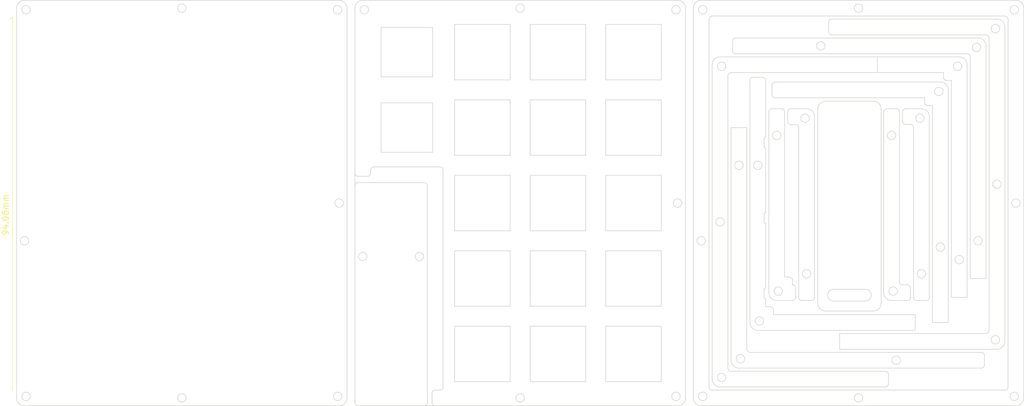
<source format=kicad_pcb>
(kicad_pcb (version 20171130) (host pcbnew "(5.0.2)-1")

  (general
    (thickness 1.6)
    (drawings 222)
    (tracks 0)
    (zones 0)
    (modules 91)
    (nets 1)
  )

  (page A4)
  (layers
    (0 F.Cu signal)
    (31 B.Cu signal)
    (32 B.Adhes user hide)
    (33 F.Adhes user)
    (34 B.Paste user)
    (35 F.Paste user)
    (36 B.SilkS user)
    (37 F.SilkS user)
    (38 B.Mask user hide)
    (39 F.Mask user)
    (40 Dwgs.User user)
    (41 Cmts.User user)
    (42 Eco1.User user)
    (43 Eco2.User user)
    (44 Edge.Cuts user)
    (45 Margin user)
    (46 B.CrtYd user hide)
    (47 F.CrtYd user hide)
    (48 B.Fab user)
    (49 F.Fab user)
  )

  (setup
    (last_trace_width 0.25)
    (trace_clearance 0.2)
    (zone_clearance 0.3)
    (zone_45_only no)
    (trace_min 0.2)
    (segment_width 0.15)
    (edge_width 0.15)
    (via_size 0.8)
    (via_drill 0.4)
    (via_min_size 0.6)
    (via_min_drill 0.3)
    (uvia_size 0.3)
    (uvia_drill 0.1)
    (uvias_allowed no)
    (uvia_min_size 0.2)
    (uvia_min_drill 0.1)
    (pcb_text_width 0.3)
    (pcb_text_size 1.5 1.5)
    (mod_edge_width 0.15)
    (mod_text_size 1 1)
    (mod_text_width 0.15)
    (pad_size 3.6 3.6)
    (pad_drill 3.2)
    (pad_to_mask_clearance 0.2)
    (solder_mask_min_width 0.25)
    (aux_axis_origin 19.84375 17.859375)
    (grid_origin 19.84375 17.859375)
    (visible_elements 7FFFFFFF)
    (pcbplotparams
      (layerselection 0x01080_7ffffffe)
      (usegerberextensions false)
      (usegerberattributes false)
      (usegerberadvancedattributes false)
      (creategerberjobfile false)
      (excludeedgelayer true)
      (linewidth 0.100000)
      (plotframeref false)
      (viasonmask false)
      (mode 1)
      (useauxorigin false)
      (hpglpennumber 1)
      (hpglpenspeed 20)
      (hpglpendiameter 15.000000)
      (psnegative false)
      (psa4output false)
      (plotreference true)
      (plotvalue true)
      (plotinvisibletext false)
      (padsonsilk false)
      (subtractmaskfromsilk true)
      (outputformat 4)
      (mirror false)
      (drillshape 0)
      (scaleselection 1)
      (outputdirectory "../su120-plate-gerber/"))
  )

  (net 0 "")

  (net_class Default "This is the default net class."
    (clearance 0.2)
    (trace_width 0.25)
    (via_dia 0.8)
    (via_drill 0.4)
    (uvia_dia 0.3)
    (uvia_drill 0.1)
  )

  (net_class PWR ""
    (clearance 0.2)
    (trace_width 0.25)
    (via_dia 0.8)
    (via_drill 0.4)
    (uvia_dia 0.6)
    (uvia_drill 0.2)
  )

  (module "#footprint:I_LIKE_KEEBS" (layer F.Cu) (tedit 0) (tstamp 5EB0C991)
    (at 229.84375 67.359375 90)
    (fp_text reference G*** (at 0 0 90) (layer F.SilkS) hide
      (effects (font (size 1.524 1.524) (thickness 0.3)))
    )
    (fp_text value LOGO (at 0.75 0 90) (layer F.SilkS) hide
      (effects (font (size 1.524 1.524) (thickness 0.3)))
    )
    (fp_poly (pts (xy 12.932833 -3.30014) (xy 13.515706 -3.290013) (xy 13.963025 -3.255457) (xy 14.307906 -3.187038)
      (xy 14.583463 -3.075323) (xy 14.822812 -2.910878) (xy 15.045899 -2.69819) (xy 15.289458 -2.36253)
      (xy 15.475529 -1.956736) (xy 15.571979 -1.556614) (xy 15.578667 -1.441323) (xy 15.513093 -1.030489)
      (xy 15.334811 -0.600443) (xy 15.183329 -0.362015) (xy 14.98071 -0.089029) (xy 15.214088 0.263628)
      (xy 15.408529 0.694098) (xy 15.493711 1.195472) (xy 15.46598 1.706282) (xy 15.326568 2.155071)
      (xy 15.062147 2.556044) (xy 14.70348 2.902413) (xy 14.30324 3.14718) (xy 14.151318 3.20374)
      (xy 13.935965 3.242778) (xy 13.599242 3.27447) (xy 13.18907 3.295341) (xy 12.79601 3.302)
      (xy 11.768667 3.302) (xy 11.768667 2.201334) (xy 12.948076 2.201334) (xy 13.268538 2.201202)
      (xy 13.570632 2.160162) (xy 13.867408 2.060778) (xy 13.883233 2.053035) (xy 14.168288 1.835999)
      (xy 14.319218 1.563508) (xy 14.347767 1.266108) (xy 14.265681 0.974342) (xy 14.084703 0.718755)
      (xy 13.816579 0.529891) (xy 13.473053 0.438295) (xy 13.262913 0.439776) (xy 12.996333 0.465667)
      (xy 12.972205 1.3335) (xy 12.948076 2.201334) (xy 11.768667 2.201334) (xy 11.768667 -0.677333)
      (xy 12.947407 -0.677333) (xy 13.422883 -0.677333) (xy 13.718493 -0.689955) (xy 13.914629 -0.74356)
      (xy 14.080253 -0.861755) (xy 14.145846 -0.92482) (xy 14.347346 -1.221672) (xy 14.383588 -1.532728)
      (xy 14.253623 -1.840178) (xy 14.198388 -1.910528) (xy 14.060781 -2.042478) (xy 13.899748 -2.113183)
      (xy 13.656158 -2.142752) (xy 13.499888 -2.148082) (xy 12.996333 -2.159) (xy 12.97187 -1.418166)
      (xy 12.947407 -0.677333) (xy 11.768667 -0.677333) (xy 11.768667 -3.302) (xy 12.932833 -3.30014)) (layer F.Mask) (width 0.01))
    (fp_poly (pts (xy 10.922 -2.201333) (xy 8.974667 -2.201333) (xy 8.974667 -0.592666) (xy 10.922 -0.592666)
      (xy 10.922 0.508) (xy 8.974667 0.508) (xy 8.974667 2.201334) (xy 10.922 2.201334)
      (xy 10.922 3.302) (xy 7.789333 3.302) (xy 7.789333 -3.302) (xy 10.922 -3.302)
      (xy 10.922 -2.201333)) (layer F.Mask) (width 0.01))
    (fp_poly (pts (xy 6.942667 -2.201333) (xy 4.995333 -2.201333) (xy 4.995333 -0.592666) (xy 6.942667 -0.592666)
      (xy 6.942667 0.508) (xy 4.995333 0.508) (xy 4.995333 2.201334) (xy 6.942667 2.201334)
      (xy 6.942667 3.302) (xy 3.81 3.302) (xy 3.81 -3.302) (xy 6.942667 -3.302)
      (xy 6.942667 -2.201333)) (layer F.Mask) (width 0.01))
    (fp_poly (pts (xy 3.004843 -3.305268) (xy 3.100934 -3.28163) (xy 3.133073 -3.216498) (xy 3.0974 -3.091392)
      (xy 2.990056 -2.887828) (xy 2.807183 -2.587323) (xy 2.544921 -2.171395) (xy 2.328453 -1.827845)
      (xy 2.084538 -1.43599) (xy 1.876004 -1.094977) (xy 1.718083 -0.830199) (xy 1.626009 -0.667049)
      (xy 1.608667 -0.627882) (xy 1.643325 -0.539781) (xy 1.740755 -0.3201) (xy 1.891138 0.009753)
      (xy 2.084656 0.428373) (xy 2.31149 0.914353) (xy 2.497667 1.310362) (xy 2.743056 1.832844)
      (xy 2.962495 2.304045) (xy 3.146165 2.702555) (xy 3.284248 3.006964) (xy 3.366925 3.195862)
      (xy 3.386667 3.248857) (xy 3.309029 3.274643) (xy 3.104169 3.293531) (xy 2.814165 3.301879)
      (xy 2.772634 3.302) (xy 2.158601 3.302) (xy 1.534525 1.947334) (xy 1.32978 1.50945)
      (xy 1.146836 1.13052) (xy 0.998071 0.835199) (xy 0.895862 0.648146) (xy 0.854479 0.592667)
      (xy 0.777981 0.658012) (xy 0.665931 0.817452) (xy 0.653255 0.838564) (xy 0.590422 0.97773)
      (xy 0.547952 1.165573) (xy 0.522397 1.434264) (xy 0.510307 1.815972) (xy 0.508 2.19323)
      (xy 0.508 3.302) (xy -0.592667 3.302) (xy -0.592667 -3.302) (xy 0.592667 -3.302)
      (xy 0.592667 -1.068523) (xy 1.320927 -2.185262) (xy 2.049188 -3.302) (xy 2.636239 -3.302)
      (xy 2.848659 -3.305897) (xy 3.004843 -3.305268)) (layer F.Mask) (width 0.01))
    (fp_poly (pts (xy -2.878667 -2.201333) (xy -4.826 -2.201333) (xy -4.826 -0.592666) (xy -2.878667 -0.592666)
      (xy -2.878667 0.508) (xy -4.826 0.508) (xy -4.826 2.201334) (xy -2.878667 2.201334)
      (xy -2.878667 3.302) (xy -6.011333 3.302) (xy -6.011333 -3.302) (xy -2.878667 -3.302)
      (xy -2.878667 -2.201333)) (layer F.Mask) (width 0.01))
    (fp_poly (pts (xy -9.294624 -2.180682) (xy -9.271 -1.059363) (xy -8.531955 -2.180682) (xy -7.792909 -3.302)
      (xy -6.60284 -3.302) (xy -7.040019 -2.6035) (xy -7.29276 -2.199561) (xy -7.571078 -1.754557)
      (xy -7.823395 -1.350957) (xy -7.873987 -1.27) (xy -8.270777 -0.635) (xy -7.352722 1.306615)
      (xy -7.103215 1.835318) (xy -6.87949 2.311336) (xy -6.691205 2.713962) (xy -6.548015 3.022491)
      (xy -6.459578 3.216217) (xy -6.434667 3.275115) (xy -6.512369 3.288071) (xy -6.717633 3.297605)
      (xy -7.008695 3.301915) (xy -7.05828 3.302) (xy -7.681894 3.302) (xy -8.296767 1.9685)
      (xy -8.499466 1.531089) (xy -8.678383 1.149139) (xy -8.821283 0.848437) (xy -8.91593 0.654771)
      (xy -8.948944 0.593932) (xy -9.019328 0.623828) (xy -9.139338 0.752235) (xy -9.147908 0.763265)
      (xy -9.213989 0.868832) (xy -9.259573 1.004489) (xy -9.288387 1.201544) (xy -9.304155 1.491308)
      (xy -9.310602 1.905087) (xy -9.311451 2.137834) (xy -9.313333 3.302) (xy -10.525843 3.302)
      (xy -10.470095 1.0795) (xy -10.454369 0.408905) (xy -10.440347 -0.272696) (xy -10.428689 -0.926315)
      (xy -10.420054 -1.512962) (xy -10.415103 -1.993646) (xy -10.414173 -2.2225) (xy -10.414 -3.302)
      (xy -9.318248 -3.302) (xy -9.294624 -2.180682)) (layer F.Mask) (width 0.01))
    (fp_poly (pts (xy -11.260667 3.302) (xy -12.446 3.302) (xy -12.446 -3.302) (xy -11.260667 -3.302)
      (xy -11.260667 3.302)) (layer F.Mask) (width 0.01))
    (fp_poly (pts (xy -15.028333 2.159) (xy -14.0335 2.182854) (xy -13.038667 2.206707) (xy -13.038667 3.302)
      (xy -16.256 3.302) (xy -16.256 0.52042) (xy -16.254341 -0.176251) (xy -16.24964 -0.841696)
      (xy -16.242307 -1.450895) (xy -16.232757 -1.978829) (xy -16.2214 -2.400477) (xy -16.208648 -2.69082)
      (xy -16.201606 -2.78158) (xy -16.147211 -3.302) (xy -15.073013 -3.302) (xy -15.028333 2.159)) (layer F.Mask) (width 0.01))
    (fp_poly (pts (xy -18.457333 3.302) (xy -19.642667 3.302) (xy -19.641931 0.4445) (xy -19.640179 -0.256584)
      (xy -19.63555 -0.922207) (xy -19.628433 -1.528601) (xy -19.619217 -2.051997) (xy -19.608293 -2.468627)
      (xy -19.59605 -2.754722) (xy -19.587804 -2.8575) (xy -19.534414 -3.302) (xy -18.457333 -3.302)
      (xy -18.457333 3.302)) (layer F.Mask) (width 0.01))
    (fp_poly (pts (xy 18.080951 -3.35828) (xy 18.379246 -3.290025) (xy 18.863976 -3.064292) (xy 19.236312 -2.71541)
      (xy 19.491244 -2.251156) (xy 19.623766 -1.679307) (xy 19.642667 -1.327935) (xy 19.642667 -0.677333)
      (xy 18.542 -0.677333) (xy 18.542 -1.103386) (xy 18.493965 -1.584665) (xy 18.352091 -1.936629)
      (xy 18.119718 -2.152065) (xy 18.039939 -2.186576) (xy 17.716144 -2.228519) (xy 17.443635 -2.136204)
      (xy 17.240745 -1.941465) (xy 17.125803 -1.67614) (xy 17.117141 -1.372065) (xy 17.233091 -1.061075)
      (xy 17.321305 -0.938488) (xy 17.499556 -0.777618) (xy 17.778726 -0.581201) (xy 18.106298 -0.385326)
      (xy 18.196577 -0.337033) (xy 18.751429 -0.01789) (xy 19.156081 0.293242) (xy 19.426934 0.618665)
      (xy 19.580386 0.980678) (xy 19.632837 1.401581) (xy 19.628227 1.609723) (xy 19.529783 2.170183)
      (xy 19.298177 2.631441) (xy 18.924697 3.009122) (xy 18.797859 3.099153) (xy 18.422176 3.269469)
      (xy 17.972217 3.358351) (xy 17.51659 3.35941) (xy 17.123903 3.266257) (xy 17.102667 3.257003)
      (xy 16.634661 2.956662) (xy 16.274961 2.535624) (xy 16.03626 2.012951) (xy 15.938515 1.508963)
      (xy 15.893815 1.016) (xy 17.102667 1.016) (xy 17.102667 1.385582) (xy 17.164286 1.767492)
      (xy 17.334028 2.044273) (xy 17.589213 2.198495) (xy 17.907165 2.212732) (xy 18.102327 2.153844)
      (xy 18.337566 1.97428) (xy 18.455771 1.740399) (xy 18.499571 1.461213) (xy 18.41905 1.22094)
      (xy 18.19971 0.996266) (xy 17.859396 0.78141) (xy 17.547793 0.604816) (xy 17.188227 0.392309)
      (xy 16.952332 0.248037) (xy 16.514262 -0.104675) (xy 16.209765 -0.515491) (xy 16.030361 -0.963383)
      (xy 15.967571 -1.427328) (xy 16.012916 -1.886299) (xy 16.157916 -2.319272) (xy 16.39409 -2.705222)
      (xy 16.712961 -3.023123) (xy 17.106048 -3.25195) (xy 17.564871 -3.370677) (xy 18.080951 -3.35828)) (layer F.Mask) (width 0.01))
  )

  (module "#footprint:M2_Hole_Edge.Cuts" (layer F.Cu) (tedit 5E64FB56) (tstamp 5E6634CA)
    (at 107.118805 82.587445 90)
    (descr "Resitance 3 pas")
    (tags R)
    (autoplace_cost180 10)
    (fp_text reference "" (at 0 1.651 90) (layer F.Fab) hide
      (effects (font (size 0.8128 0.8128) (thickness 0.15)))
    )
    (fp_text value "" (at 0 -1.4605 90) (layer F.Fab) hide
      (effects (font (size 0.5 0.5) (thickness 0.125)))
    )
    (fp_circle (center 0 0) (end 1.07 0) (layer Edge.Cuts) (width 0.15))
  )

  (module "#footprint:M2_Hole_Edge.Cuts" (layer F.Cu) (tedit 5E64FB56) (tstamp 5E6634C6)
    (at 121.406305 82.587445 90)
    (descr "Resitance 3 pas")
    (tags R)
    (autoplace_cost180 10)
    (fp_text reference "" (at 0 1.651 90) (layer F.Fab) hide
      (effects (font (size 0.8128 0.8128) (thickness 0.15)))
    )
    (fp_text value "" (at 0 -1.4605 90) (layer F.Fab) hide
      (effects (font (size 0.5 0.5) (thickness 0.125)))
    )
    (fp_circle (center 0 0) (end 1.07 0) (layer Edge.Cuts) (width 0.15))
  )

  (module "#footprint:M2_Hole_Edge.Cuts" (layer F.Cu) (tedit 5E64FB56) (tstamp 5E66321F)
    (at 186.09693 20.27807 90)
    (descr "Resitance 3 pas")
    (tags R)
    (autoplace_cost180 10)
    (fp_text reference "" (at 0 1.651 90) (layer F.Fab) hide
      (effects (font (size 0.8128 0.8128) (thickness 0.15)))
    )
    (fp_text value "" (at 0 -1.4605 90) (layer F.Fab) hide
      (effects (font (size 0.5 0.5) (thickness 0.125)))
    )
    (fp_circle (center 0 0) (end 1.07 0) (layer Edge.Cuts) (width 0.15))
  )

  (module "#footprint:M2_Hole_Edge.Cuts" (layer F.Cu) (tedit 5E64FB56) (tstamp 5E66321B)
    (at 186.09693 117.90932 90)
    (descr "Resitance 3 pas")
    (tags R)
    (autoplace_cost180 10)
    (fp_text reference "" (at 0 1.651 90) (layer F.Fab) hide
      (effects (font (size 0.8128 0.8128) (thickness 0.15)))
    )
    (fp_text value "" (at 0 -1.4605 90) (layer F.Fab) hide
      (effects (font (size 0.5 0.5) (thickness 0.125)))
    )
    (fp_circle (center 0 0) (end 1.07 0) (layer Edge.Cuts) (width 0.15))
  )

  (module "#footprint:RotalyEncoder_Plate_Hole" (layer F.Cu) (tedit 5E63AE02) (tstamp 5E663210)
    (at 118.231305 50.043695 90)
    (fp_text reference "" (at 7 8.1 90) (layer F.SilkS) hide
      (effects (font (size 1 1) (thickness 0.15)))
    )
    (fp_text value "" (at -7.4 -8.1 90) (layer F.Fab) hide
      (effects (font (size 1 1) (thickness 0.15)))
    )
    (fp_line (start -6.25 -6.5) (end -6.25 6.5) (layer Edge.Cuts) (width 0.15))
    (fp_line (start 6.25 6.5) (end -6.25 6.5) (layer Edge.Cuts) (width 0.15))
    (fp_line (start 6.25 -6.5) (end -6.25 -6.5) (layer Edge.Cuts) (width 0.15))
    (fp_line (start -9.525 9.525) (end -9.525 -9.525) (layer F.Fab) (width 0.15))
    (fp_line (start -9.525 -9.525) (end 9.525 -9.525) (layer F.Fab) (width 0.15))
    (fp_line (start 9.525 -9.525) (end 9.525 9.525) (layer F.Fab) (width 0.15))
    (fp_line (start 9.5 9.5) (end -9.5 9.5) (layer F.Fab) (width 0.15))
    (fp_line (start 6.25 -6.5) (end 6.25 6.5) (layer Edge.Cuts) (width 0.15))
  )

  (module "#footprint:RotalyEncoder_Plate_Hole" (layer F.Cu) (tedit 5E63AE02) (tstamp 5E663205)
    (at 118.231305 30.993373 90)
    (fp_text reference "" (at 7 8.1 90) (layer F.SilkS) hide
      (effects (font (size 1 1) (thickness 0.15)))
    )
    (fp_text value "" (at -7.4 -8.1 90) (layer F.Fab) hide
      (effects (font (size 1 1) (thickness 0.15)))
    )
    (fp_line (start -6.25 -6.5) (end -6.25 6.5) (layer Edge.Cuts) (width 0.15))
    (fp_line (start 6.25 6.5) (end -6.25 6.5) (layer Edge.Cuts) (width 0.15))
    (fp_line (start 6.25 -6.5) (end -6.25 -6.5) (layer Edge.Cuts) (width 0.15))
    (fp_line (start -9.525 9.525) (end -9.525 -9.525) (layer F.Fab) (width 0.15))
    (fp_line (start -9.525 -9.525) (end 9.525 -9.525) (layer F.Fab) (width 0.15))
    (fp_line (start 9.525 -9.525) (end 9.525 9.525) (layer F.Fab) (width 0.15))
    (fp_line (start 9.5 9.5) (end -9.5 9.5) (layer F.Fab) (width 0.15))
    (fp_line (start 6.25 -6.5) (end 6.25 6.5) (layer Edge.Cuts) (width 0.15))
  )

  (module "#footprint:M2_Hole_Edge.Cuts" (layer F.Cu) (tedit 5E64FB56) (tstamp 5E663201)
    (at 146.806305 118.306195 90)
    (descr "Resitance 3 pas")
    (tags R)
    (autoplace_cost180 10)
    (fp_text reference "" (at 0 1.651 90) (layer F.Fab) hide
      (effects (font (size 0.8128 0.8128) (thickness 0.15)))
    )
    (fp_text value "" (at 0 -1.4605 90) (layer F.Fab) hide
      (effects (font (size 0.5 0.5) (thickness 0.125)))
    )
    (fp_circle (center 0 0) (end 1.07 0) (layer Edge.Cuts) (width 0.15))
  )

  (module "#footprint:M2_Hole_Edge.Cuts" (layer F.Cu) (tedit 5E64FB56) (tstamp 5E6631FD)
    (at 186.493805 69.093695 90)
    (descr "Resitance 3 pas")
    (tags R)
    (autoplace_cost180 10)
    (fp_text reference "" (at 0 1.651 90) (layer F.Fab) hide
      (effects (font (size 0.8128 0.8128) (thickness 0.15)))
    )
    (fp_text value "" (at 0 -1.4605 90) (layer F.Fab) hide
      (effects (font (size 0.5 0.5) (thickness 0.125)))
    )
    (fp_circle (center 0 0) (end 1.07 0) (layer Edge.Cuts) (width 0.15))
  )

  (module "#footprint:M2_Hole_Edge.Cuts" (layer F.Cu) (tedit 5E64FB56) (tstamp 5E6631F5)
    (at 146.806305 19.881195 90)
    (descr "Resitance 3 pas")
    (tags R)
    (autoplace_cost180 10)
    (fp_text reference "" (at 0 1.651 90) (layer F.Fab) hide
      (effects (font (size 0.8128 0.8128) (thickness 0.15)))
    )
    (fp_text value "" (at 0 -1.4605 90) (layer F.Fab) hide
      (effects (font (size 0.5 0.5) (thickness 0.125)))
    )
    (fp_circle (center 0 0) (end 1.07 0) (layer Edge.Cuts) (width 0.15))
  )

  (module "#footprint:M2_Hole_Edge.Cuts" (layer F.Cu) (tedit 5E64FB56) (tstamp 5E6631ED)
    (at 107.51568 20.27807 90)
    (descr "Resitance 3 pas")
    (tags R)
    (autoplace_cost180 10)
    (fp_text reference "" (at 0 1.651 90) (layer F.Fab) hide
      (effects (font (size 0.8128 0.8128) (thickness 0.15)))
    )
    (fp_text value "" (at 0 -1.4605 90) (layer F.Fab) hide
      (effects (font (size 0.5 0.5) (thickness 0.125)))
    )
    (fp_circle (center 0 0) (end 1.07 0) (layer Edge.Cuts) (width 0.15))
  )

  (module "#footprint:Keyswitch_Plate_Guide" (layer F.Cu) (tedit 5DA47C2C) (tstamp 5E6631A8)
    (at 118.231305 69.093695 90)
    (fp_text reference "" (at 7 8.1 90) (layer F.SilkS) hide
      (effects (font (size 1 1) (thickness 0.15)))
    )
    (fp_text value "" (at -7.4 -8.1 90) (layer F.Fab) hide
      (effects (font (size 1 1) (thickness 0.15)))
    )
    (fp_line (start -7 -7) (end -7 7) (layer F.Fab) (width 0.15))
    (fp_line (start 7 7) (end -7 7) (layer F.Fab) (width 0.15))
    (fp_line (start 7 -7) (end -7 -7) (layer F.Fab) (width 0.15))
    (fp_line (start -9.525 9.525) (end -9.525 -9.525) (layer F.Fab) (width 0.15))
    (fp_line (start -9.525 -9.525) (end 9.525 -9.525) (layer F.Fab) (width 0.15))
    (fp_line (start 9.525 -9.525) (end 9.525 9.525) (layer F.Fab) (width 0.15))
    (fp_line (start 9.525 9.525) (end -9.525 9.525) (layer F.Fab) (width 0.15))
    (fp_line (start 7 -7) (end 7 7) (layer F.Fab) (width 0.15))
    (fp_line (start 8.135958 -8.92971) (end 8.92971 -8.92971) (layer B.Fab) (width 0.15))
    (fp_line (start 8.92971 -8.92971) (end 8.92971 -8.135958) (layer B.Fab) (width 0.15))
    (fp_line (start 8.92971 8.135958) (end 8.92971 8.92971) (layer B.Fab) (width 0.15))
    (fp_line (start 8.92971 8.92971) (end 8.135958 8.92971) (layer B.Fab) (width 0.15))
    (fp_line (start -8.135958 8.92971) (end -8.92971 8.92971) (layer B.Fab) (width 0.15))
    (fp_line (start -8.92971 8.92971) (end -8.92971 8.135958) (layer B.Fab) (width 0.15))
    (fp_line (start -8.92971 -8.135958) (end -8.92971 -8.92971) (layer B.Fab) (width 0.15))
    (fp_line (start -8.92971 -8.92971) (end -8.135958 -8.92971) (layer B.Fab) (width 0.15))
  )

  (module "#footprint:Keyswitch_Plate_Hole" (layer F.Cu) (tedit 5D6D2C29) (tstamp 5E66319D)
    (at 175.381305 69.093695 90)
    (fp_text reference "" (at 7 8.1 90) (layer F.SilkS) hide
      (effects (font (size 1 1) (thickness 0.15)))
    )
    (fp_text value "" (at -7.4 -8.1 90) (layer F.Fab) hide
      (effects (font (size 1 1) (thickness 0.15)))
    )
    (fp_line (start 7 -7) (end 7 7) (layer Edge.Cuts) (width 0.15))
    (fp_line (start 9.5 9.5) (end -9.5 9.5) (layer F.Fab) (width 0.15))
    (fp_line (start 9.525 -9.525) (end 9.525 9.525) (layer F.Fab) (width 0.15))
    (fp_line (start -9.525 -9.525) (end 9.525 -9.525) (layer F.Fab) (width 0.15))
    (fp_line (start -9.525 9.525) (end -9.525 -9.525) (layer F.Fab) (width 0.15))
    (fp_line (start 7 -7) (end -7 -7) (layer Edge.Cuts) (width 0.15))
    (fp_line (start 7 7) (end -7 7) (layer Edge.Cuts) (width 0.15))
    (fp_line (start -7 -7) (end -7 7) (layer Edge.Cuts) (width 0.15))
  )

  (module "#footprint:Keyswitch_Plate_Guide" (layer F.Cu) (tedit 5DA47C2C) (tstamp 5E66318A)
    (at 118.231305 107.193695 90)
    (fp_text reference "" (at 7 8.1 90) (layer F.SilkS) hide
      (effects (font (size 1 1) (thickness 0.15)))
    )
    (fp_text value "" (at -7.4 -8.1 90) (layer F.Fab) hide
      (effects (font (size 1 1) (thickness 0.15)))
    )
    (fp_line (start -8.92971 -8.92971) (end -8.135958 -8.92971) (layer B.Fab) (width 0.15))
    (fp_line (start -8.92971 -8.135958) (end -8.92971 -8.92971) (layer B.Fab) (width 0.15))
    (fp_line (start -8.92971 8.92971) (end -8.92971 8.135958) (layer B.Fab) (width 0.15))
    (fp_line (start -8.135958 8.92971) (end -8.92971 8.92971) (layer B.Fab) (width 0.15))
    (fp_line (start 8.92971 8.92971) (end 8.135958 8.92971) (layer B.Fab) (width 0.15))
    (fp_line (start 8.92971 8.135958) (end 8.92971 8.92971) (layer B.Fab) (width 0.15))
    (fp_line (start 8.92971 -8.92971) (end 8.92971 -8.135958) (layer B.Fab) (width 0.15))
    (fp_line (start 8.135958 -8.92971) (end 8.92971 -8.92971) (layer B.Fab) (width 0.15))
    (fp_line (start 7 -7) (end 7 7) (layer F.Fab) (width 0.15))
    (fp_line (start 9.525 9.525) (end -9.525 9.525) (layer F.Fab) (width 0.15))
    (fp_line (start 9.525 -9.525) (end 9.525 9.525) (layer F.Fab) (width 0.15))
    (fp_line (start -9.525 -9.525) (end 9.525 -9.525) (layer F.Fab) (width 0.15))
    (fp_line (start -9.525 9.525) (end -9.525 -9.525) (layer F.Fab) (width 0.15))
    (fp_line (start 7 -7) (end -7 -7) (layer F.Fab) (width 0.15))
    (fp_line (start 7 7) (end -7 7) (layer F.Fab) (width 0.15))
    (fp_line (start -7 -7) (end -7 7) (layer F.Fab) (width 0.15))
  )

  (module "#footprint:Keyswitch_Plate_Hole" (layer F.Cu) (tedit 5D6D2C29) (tstamp 5E66317F)
    (at 156.331305 88.143695 90)
    (fp_text reference "" (at 7 8.1 90) (layer F.SilkS) hide
      (effects (font (size 1 1) (thickness 0.15)))
    )
    (fp_text value "" (at -7.4 -8.1 90) (layer F.Fab) hide
      (effects (font (size 1 1) (thickness 0.15)))
    )
    (fp_line (start -7 -7) (end -7 7) (layer Edge.Cuts) (width 0.15))
    (fp_line (start 7 7) (end -7 7) (layer Edge.Cuts) (width 0.15))
    (fp_line (start 7 -7) (end -7 -7) (layer Edge.Cuts) (width 0.15))
    (fp_line (start -9.525 9.525) (end -9.525 -9.525) (layer F.Fab) (width 0.15))
    (fp_line (start -9.525 -9.525) (end 9.525 -9.525) (layer F.Fab) (width 0.15))
    (fp_line (start 9.525 -9.525) (end 9.525 9.525) (layer F.Fab) (width 0.15))
    (fp_line (start 9.5 9.5) (end -9.5 9.5) (layer F.Fab) (width 0.15))
    (fp_line (start 7 -7) (end 7 7) (layer Edge.Cuts) (width 0.15))
  )

  (module "#footprint:Keyswitch_Plate_Hole" (layer F.Cu) (tedit 5D6D2C29) (tstamp 5E663174)
    (at 175.381305 107.193695 90)
    (fp_text reference "" (at 7 8.1 90) (layer F.SilkS) hide
      (effects (font (size 1 1) (thickness 0.15)))
    )
    (fp_text value "" (at -7.4 -8.1 90) (layer F.Fab) hide
      (effects (font (size 1 1) (thickness 0.15)))
    )
    (fp_line (start 7 -7) (end 7 7) (layer Edge.Cuts) (width 0.15))
    (fp_line (start 9.5 9.5) (end -9.5 9.5) (layer F.Fab) (width 0.15))
    (fp_line (start 9.525 -9.525) (end 9.525 9.525) (layer F.Fab) (width 0.15))
    (fp_line (start -9.525 -9.525) (end 9.525 -9.525) (layer F.Fab) (width 0.15))
    (fp_line (start -9.525 9.525) (end -9.525 -9.525) (layer F.Fab) (width 0.15))
    (fp_line (start 7 -7) (end -7 -7) (layer Edge.Cuts) (width 0.15))
    (fp_line (start 7 7) (end -7 7) (layer Edge.Cuts) (width 0.15))
    (fp_line (start -7 -7) (end -7 7) (layer Edge.Cuts) (width 0.15))
  )

  (module "#footprint:Keyswitch_Plate_Hole" (layer F.Cu) (tedit 5D6D2C29) (tstamp 5E663169)
    (at 137.281305 30.993695 90)
    (fp_text reference "" (at 7 8.1 90) (layer F.SilkS) hide
      (effects (font (size 1 1) (thickness 0.15)))
    )
    (fp_text value "" (at -7.4 -8.1 90) (layer F.Fab) hide
      (effects (font (size 1 1) (thickness 0.15)))
    )
    (fp_line (start 7 -7) (end 7 7) (layer Edge.Cuts) (width 0.15))
    (fp_line (start 9.5 9.5) (end -9.5 9.5) (layer F.Fab) (width 0.15))
    (fp_line (start 9.525 -9.525) (end 9.525 9.525) (layer F.Fab) (width 0.15))
    (fp_line (start -9.525 -9.525) (end 9.525 -9.525) (layer F.Fab) (width 0.15))
    (fp_line (start -9.525 9.525) (end -9.525 -9.525) (layer F.Fab) (width 0.15))
    (fp_line (start 7 -7) (end -7 -7) (layer Edge.Cuts) (width 0.15))
    (fp_line (start 7 7) (end -7 7) (layer Edge.Cuts) (width 0.15))
    (fp_line (start -7 -7) (end -7 7) (layer Edge.Cuts) (width 0.15))
  )

  (module "#footprint:Keyswitch_Plate_Hole" (layer F.Cu) (tedit 5D6D2C29) (tstamp 5E66315E)
    (at 156.331305 30.993695 90)
    (fp_text reference "" (at 7 8.1 90) (layer F.SilkS) hide
      (effects (font (size 1 1) (thickness 0.15)))
    )
    (fp_text value "" (at -7.4 -8.1 90) (layer F.Fab) hide
      (effects (font (size 1 1) (thickness 0.15)))
    )
    (fp_line (start -7 -7) (end -7 7) (layer Edge.Cuts) (width 0.15))
    (fp_line (start 7 7) (end -7 7) (layer Edge.Cuts) (width 0.15))
    (fp_line (start 7 -7) (end -7 -7) (layer Edge.Cuts) (width 0.15))
    (fp_line (start -9.525 9.525) (end -9.525 -9.525) (layer F.Fab) (width 0.15))
    (fp_line (start -9.525 -9.525) (end 9.525 -9.525) (layer F.Fab) (width 0.15))
    (fp_line (start 9.525 -9.525) (end 9.525 9.525) (layer F.Fab) (width 0.15))
    (fp_line (start 9.5 9.5) (end -9.5 9.5) (layer F.Fab) (width 0.15))
    (fp_line (start 7 -7) (end 7 7) (layer Edge.Cuts) (width 0.15))
  )

  (module "#footprint:Keyswitch_Plate_Hole" (layer F.Cu) (tedit 5D6D2C29) (tstamp 5E663153)
    (at 137.281305 50.043695 90)
    (fp_text reference "" (at 7 8.1 90) (layer F.SilkS) hide
      (effects (font (size 1 1) (thickness 0.15)))
    )
    (fp_text value "" (at -7.4 -8.1 90) (layer F.Fab) hide
      (effects (font (size 1 1) (thickness 0.15)))
    )
    (fp_line (start -7 -7) (end -7 7) (layer Edge.Cuts) (width 0.15))
    (fp_line (start 7 7) (end -7 7) (layer Edge.Cuts) (width 0.15))
    (fp_line (start 7 -7) (end -7 -7) (layer Edge.Cuts) (width 0.15))
    (fp_line (start -9.525 9.525) (end -9.525 -9.525) (layer F.Fab) (width 0.15))
    (fp_line (start -9.525 -9.525) (end 9.525 -9.525) (layer F.Fab) (width 0.15))
    (fp_line (start 9.525 -9.525) (end 9.525 9.525) (layer F.Fab) (width 0.15))
    (fp_line (start 9.5 9.5) (end -9.5 9.5) (layer F.Fab) (width 0.15))
    (fp_line (start 7 -7) (end 7 7) (layer Edge.Cuts) (width 0.15))
  )

  (module "#footprint:Keyswitch_Plate_Hole" (layer F.Cu) (tedit 5D6D2C29) (tstamp 5E663148)
    (at 175.381305 30.993695 90)
    (fp_text reference "" (at 7 8.1 90) (layer F.SilkS) hide
      (effects (font (size 1 1) (thickness 0.15)))
    )
    (fp_text value "" (at -7.4 -8.1 90) (layer F.Fab) hide
      (effects (font (size 1 1) (thickness 0.15)))
    )
    (fp_line (start 7 -7) (end 7 7) (layer Edge.Cuts) (width 0.15))
    (fp_line (start 9.5 9.5) (end -9.5 9.5) (layer F.Fab) (width 0.15))
    (fp_line (start 9.525 -9.525) (end 9.525 9.525) (layer F.Fab) (width 0.15))
    (fp_line (start -9.525 -9.525) (end 9.525 -9.525) (layer F.Fab) (width 0.15))
    (fp_line (start -9.525 9.525) (end -9.525 -9.525) (layer F.Fab) (width 0.15))
    (fp_line (start 7 -7) (end -7 -7) (layer Edge.Cuts) (width 0.15))
    (fp_line (start 7 7) (end -7 7) (layer Edge.Cuts) (width 0.15))
    (fp_line (start -7 -7) (end -7 7) (layer Edge.Cuts) (width 0.15))
  )

  (module "#footprint:Keyswitch_Plate_Hole" (layer F.Cu) (tedit 5D6D2C29) (tstamp 5E66313D)
    (at 156.331305 107.193695 90)
    (fp_text reference "" (at 7 8.1 90) (layer F.SilkS) hide
      (effects (font (size 1 1) (thickness 0.15)))
    )
    (fp_text value "" (at -7.4 -8.1 90) (layer F.Fab) hide
      (effects (font (size 1 1) (thickness 0.15)))
    )
    (fp_line (start 7 -7) (end 7 7) (layer Edge.Cuts) (width 0.15))
    (fp_line (start 9.5 9.5) (end -9.5 9.5) (layer F.Fab) (width 0.15))
    (fp_line (start 9.525 -9.525) (end 9.525 9.525) (layer F.Fab) (width 0.15))
    (fp_line (start -9.525 -9.525) (end 9.525 -9.525) (layer F.Fab) (width 0.15))
    (fp_line (start -9.525 9.525) (end -9.525 -9.525) (layer F.Fab) (width 0.15))
    (fp_line (start 7 -7) (end -7 -7) (layer Edge.Cuts) (width 0.15))
    (fp_line (start 7 7) (end -7 7) (layer Edge.Cuts) (width 0.15))
    (fp_line (start -7 -7) (end -7 7) (layer Edge.Cuts) (width 0.15))
  )

  (module "#footprint:Keyswitch_Plate_Hole" (layer F.Cu) (tedit 5D6D2C29) (tstamp 5E663132)
    (at 175.381305 88.143695 90)
    (fp_text reference "" (at 7 8.1 90) (layer F.SilkS) hide
      (effects (font (size 1 1) (thickness 0.15)))
    )
    (fp_text value "" (at -7.4 -8.1 90) (layer F.Fab) hide
      (effects (font (size 1 1) (thickness 0.15)))
    )
    (fp_line (start -7 -7) (end -7 7) (layer Edge.Cuts) (width 0.15))
    (fp_line (start 7 7) (end -7 7) (layer Edge.Cuts) (width 0.15))
    (fp_line (start 7 -7) (end -7 -7) (layer Edge.Cuts) (width 0.15))
    (fp_line (start -9.525 9.525) (end -9.525 -9.525) (layer F.Fab) (width 0.15))
    (fp_line (start -9.525 -9.525) (end 9.525 -9.525) (layer F.Fab) (width 0.15))
    (fp_line (start 9.525 -9.525) (end 9.525 9.525) (layer F.Fab) (width 0.15))
    (fp_line (start 9.5 9.5) (end -9.5 9.5) (layer F.Fab) (width 0.15))
    (fp_line (start 7 -7) (end 7 7) (layer Edge.Cuts) (width 0.15))
  )

  (module "#footprint:Keyswitch_Plate_Guide" (layer F.Cu) (tedit 5DA47C2C) (tstamp 5E66311F)
    (at 118.231305 88.143695 90)
    (fp_text reference "" (at 7 8.1 90) (layer F.SilkS) hide
      (effects (font (size 1 1) (thickness 0.15)))
    )
    (fp_text value "" (at -7.4 -8.1 90) (layer F.Fab) hide
      (effects (font (size 1 1) (thickness 0.15)))
    )
    (fp_line (start -7 -7) (end -7 7) (layer F.Fab) (width 0.15))
    (fp_line (start 7 7) (end -7 7) (layer F.Fab) (width 0.15))
    (fp_line (start 7 -7) (end -7 -7) (layer F.Fab) (width 0.15))
    (fp_line (start -9.525 9.525) (end -9.525 -9.525) (layer F.Fab) (width 0.15))
    (fp_line (start -9.525 -9.525) (end 9.525 -9.525) (layer F.Fab) (width 0.15))
    (fp_line (start 9.525 -9.525) (end 9.525 9.525) (layer F.Fab) (width 0.15))
    (fp_line (start 9.525 9.525) (end -9.525 9.525) (layer F.Fab) (width 0.15))
    (fp_line (start 7 -7) (end 7 7) (layer F.Fab) (width 0.15))
    (fp_line (start 8.135958 -8.92971) (end 8.92971 -8.92971) (layer B.Fab) (width 0.15))
    (fp_line (start 8.92971 -8.92971) (end 8.92971 -8.135958) (layer B.Fab) (width 0.15))
    (fp_line (start 8.92971 8.135958) (end 8.92971 8.92971) (layer B.Fab) (width 0.15))
    (fp_line (start 8.92971 8.92971) (end 8.135958 8.92971) (layer B.Fab) (width 0.15))
    (fp_line (start -8.135958 8.92971) (end -8.92971 8.92971) (layer B.Fab) (width 0.15))
    (fp_line (start -8.92971 8.92971) (end -8.92971 8.135958) (layer B.Fab) (width 0.15))
    (fp_line (start -8.92971 -8.135958) (end -8.92971 -8.92971) (layer B.Fab) (width 0.15))
    (fp_line (start -8.92971 -8.92971) (end -8.135958 -8.92971) (layer B.Fab) (width 0.15))
  )

  (module "#footprint:Keyswitch_Plate_Hole" (layer F.Cu) (tedit 5D6D2C29) (tstamp 5E663114)
    (at 137.281305 88.143695 90)
    (fp_text reference "" (at 7 8.1 90) (layer F.SilkS) hide
      (effects (font (size 1 1) (thickness 0.15)))
    )
    (fp_text value "" (at -7.4 -8.1 90) (layer F.Fab) hide
      (effects (font (size 1 1) (thickness 0.15)))
    )
    (fp_line (start -7 -7) (end -7 7) (layer Edge.Cuts) (width 0.15))
    (fp_line (start 7 7) (end -7 7) (layer Edge.Cuts) (width 0.15))
    (fp_line (start 7 -7) (end -7 -7) (layer Edge.Cuts) (width 0.15))
    (fp_line (start -9.525 9.525) (end -9.525 -9.525) (layer F.Fab) (width 0.15))
    (fp_line (start -9.525 -9.525) (end 9.525 -9.525) (layer F.Fab) (width 0.15))
    (fp_line (start 9.525 -9.525) (end 9.525 9.525) (layer F.Fab) (width 0.15))
    (fp_line (start 9.5 9.5) (end -9.5 9.5) (layer F.Fab) (width 0.15))
    (fp_line (start 7 -7) (end 7 7) (layer Edge.Cuts) (width 0.15))
  )

  (module "#footprint:Keyswitch_Plate_Hole" (layer F.Cu) (tedit 5D6D2C29) (tstamp 5E663109)
    (at 137.281305 107.193695 90)
    (fp_text reference "" (at 7 8.1 90) (layer F.SilkS) hide
      (effects (font (size 1 1) (thickness 0.15)))
    )
    (fp_text value "" (at -7.4 -8.1 90) (layer F.Fab) hide
      (effects (font (size 1 1) (thickness 0.15)))
    )
    (fp_line (start 7 -7) (end 7 7) (layer Edge.Cuts) (width 0.15))
    (fp_line (start 9.5 9.5) (end -9.5 9.5) (layer F.Fab) (width 0.15))
    (fp_line (start 9.525 -9.525) (end 9.525 9.525) (layer F.Fab) (width 0.15))
    (fp_line (start -9.525 -9.525) (end 9.525 -9.525) (layer F.Fab) (width 0.15))
    (fp_line (start -9.525 9.525) (end -9.525 -9.525) (layer F.Fab) (width 0.15))
    (fp_line (start 7 -7) (end -7 -7) (layer Edge.Cuts) (width 0.15))
    (fp_line (start 7 7) (end -7 7) (layer Edge.Cuts) (width 0.15))
    (fp_line (start -7 -7) (end -7 7) (layer Edge.Cuts) (width 0.15))
  )

  (module "#footprint:Keyswitch_Plate_Hole" (layer F.Cu) (tedit 5D6D2C29) (tstamp 5E6630FE)
    (at 175.381305 50.043695 90)
    (fp_text reference "" (at 7 8.1 90) (layer F.SilkS) hide
      (effects (font (size 1 1) (thickness 0.15)))
    )
    (fp_text value "" (at -7.4 -8.1 90) (layer F.Fab) hide
      (effects (font (size 1 1) (thickness 0.15)))
    )
    (fp_line (start -7 -7) (end -7 7) (layer Edge.Cuts) (width 0.15))
    (fp_line (start 7 7) (end -7 7) (layer Edge.Cuts) (width 0.15))
    (fp_line (start 7 -7) (end -7 -7) (layer Edge.Cuts) (width 0.15))
    (fp_line (start -9.525 9.525) (end -9.525 -9.525) (layer F.Fab) (width 0.15))
    (fp_line (start -9.525 -9.525) (end 9.525 -9.525) (layer F.Fab) (width 0.15))
    (fp_line (start 9.525 -9.525) (end 9.525 9.525) (layer F.Fab) (width 0.15))
    (fp_line (start 9.5 9.5) (end -9.5 9.5) (layer F.Fab) (width 0.15))
    (fp_line (start 7 -7) (end 7 7) (layer Edge.Cuts) (width 0.15))
  )

  (module "#footprint:Keyswitch_Plate_Hole" (layer F.Cu) (tedit 5D6D2C29) (tstamp 5E6630F3)
    (at 156.331305 69.093695 90)
    (fp_text reference "" (at 7 8.1 90) (layer F.SilkS) hide
      (effects (font (size 1 1) (thickness 0.15)))
    )
    (fp_text value "" (at -7.4 -8.1 90) (layer F.Fab) hide
      (effects (font (size 1 1) (thickness 0.15)))
    )
    (fp_line (start 7 -7) (end 7 7) (layer Edge.Cuts) (width 0.15))
    (fp_line (start 9.5 9.5) (end -9.5 9.5) (layer F.Fab) (width 0.15))
    (fp_line (start 9.525 -9.525) (end 9.525 9.525) (layer F.Fab) (width 0.15))
    (fp_line (start -9.525 -9.525) (end 9.525 -9.525) (layer F.Fab) (width 0.15))
    (fp_line (start -9.525 9.525) (end -9.525 -9.525) (layer F.Fab) (width 0.15))
    (fp_line (start 7 -7) (end -7 -7) (layer Edge.Cuts) (width 0.15))
    (fp_line (start 7 7) (end -7 7) (layer Edge.Cuts) (width 0.15))
    (fp_line (start -7 -7) (end -7 7) (layer Edge.Cuts) (width 0.15))
  )

  (module "#footprint:Keyswitch_Plate_Hole" (layer F.Cu) (tedit 5D6D2C29) (tstamp 5E6630E8)
    (at 137.281305 69.093695 90)
    (fp_text reference "" (at 7 8.1 90) (layer F.SilkS) hide
      (effects (font (size 1 1) (thickness 0.15)))
    )
    (fp_text value "" (at -7.4 -8.1 90) (layer F.Fab) hide
      (effects (font (size 1 1) (thickness 0.15)))
    )
    (fp_line (start 7 -7) (end 7 7) (layer Edge.Cuts) (width 0.15))
    (fp_line (start 9.5 9.5) (end -9.5 9.5) (layer F.Fab) (width 0.15))
    (fp_line (start 9.525 -9.525) (end 9.525 9.525) (layer F.Fab) (width 0.15))
    (fp_line (start -9.525 -9.525) (end 9.525 -9.525) (layer F.Fab) (width 0.15))
    (fp_line (start -9.525 9.525) (end -9.525 -9.525) (layer F.Fab) (width 0.15))
    (fp_line (start 7 -7) (end -7 -7) (layer Edge.Cuts) (width 0.15))
    (fp_line (start 7 7) (end -7 7) (layer Edge.Cuts) (width 0.15))
    (fp_line (start -7 -7) (end -7 7) (layer Edge.Cuts) (width 0.15))
  )

  (module "#footprint:Keyswitch_Plate_Hole" (layer F.Cu) (tedit 5D6D2C29) (tstamp 5E6630DD)
    (at 156.331305 50.043695 90)
    (fp_text reference "" (at 7 8.1 90) (layer F.SilkS) hide
      (effects (font (size 1 1) (thickness 0.15)))
    )
    (fp_text value "" (at -7.4 -8.1 90) (layer F.Fab) hide
      (effects (font (size 1 1) (thickness 0.15)))
    )
    (fp_line (start -7 -7) (end -7 7) (layer Edge.Cuts) (width 0.15))
    (fp_line (start 7 7) (end -7 7) (layer Edge.Cuts) (width 0.15))
    (fp_line (start 7 -7) (end -7 -7) (layer Edge.Cuts) (width 0.15))
    (fp_line (start -9.525 9.525) (end -9.525 -9.525) (layer F.Fab) (width 0.15))
    (fp_line (start -9.525 -9.525) (end 9.525 -9.525) (layer F.Fab) (width 0.15))
    (fp_line (start 9.525 -9.525) (end 9.525 9.525) (layer F.Fab) (width 0.15))
    (fp_line (start 9.5 9.5) (end -9.5 9.5) (layer F.Fab) (width 0.15))
    (fp_line (start 7 -7) (end 7 7) (layer Edge.Cuts) (width 0.15))
  )

  (module "#footprint:M2_Hole_Edge.Cuts" (layer F.Cu) (tedit 5E64FB56) (tstamp 5E6630C2)
    (at 240.86568 91.318695 90)
    (descr "Resitance 3 pas")
    (tags R)
    (autoplace_cost180 10)
    (fp_text reference "" (at 0 1.651 90) (layer F.Fab) hide
      (effects (font (size 0.8128 0.8128) (thickness 0.15)))
    )
    (fp_text value "" (at 0 -1.4605 90) (layer F.Fab) hide
      (effects (font (size 0.5 0.5) (thickness 0.125)))
    )
    (fp_circle (center 0 0) (end 1.07 0) (layer Edge.Cuts) (width 0.15))
  )

  (module "#footprint:M2_Hole_Edge.Cuts" (layer F.Cu) (tedit 5E64FB56) (tstamp 5E6630BE)
    (at 240.468805 52.02807 90)
    (descr "Resitance 3 pas")
    (tags R)
    (autoplace_cost180 10)
    (fp_text reference "" (at 0 1.651 90) (layer F.Fab) hide
      (effects (font (size 0.8128 0.8128) (thickness 0.15)))
    )
    (fp_text value "" (at 0 -1.4605 90) (layer F.Fab) hide
      (effects (font (size 0.5 0.5) (thickness 0.125)))
    )
    (fp_circle (center 0 0) (end 1.07 0) (layer Edge.Cuts) (width 0.15))
  )

  (module "#footprint:M2_Hole_Edge.Cuts" (layer F.Cu) (tedit 5E64FB56) (tstamp 5E662F2E)
    (at 211.893805 91.318695 90)
    (descr "Resitance 3 pas")
    (tags R)
    (autoplace_cost180 10)
    (fp_text reference "" (at 0 1.651 90) (layer F.Fab) hide
      (effects (font (size 0.8128 0.8128) (thickness 0.15)))
    )
    (fp_text value "" (at 0 -1.4605 90) (layer F.Fab) hide
      (effects (font (size 0.5 0.5) (thickness 0.125)))
    )
    (fp_circle (center 0 0) (end 1.07 0) (layer Edge.Cuts) (width 0.15))
  )

  (module "#footprint:M2_Hole_Edge.Cuts" (layer F.Cu) (tedit 5E64FB56) (tstamp 5E662F2A)
    (at 211.49693 52.02807 90)
    (descr "Resitance 3 pas")
    (tags R)
    (autoplace_cost180 10)
    (fp_text reference "" (at 0 1.651 90) (layer F.Fab) hide
      (effects (font (size 0.8128 0.8128) (thickness 0.15)))
    )
    (fp_text value "" (at 0 -1.4605 90) (layer F.Fab) hide
      (effects (font (size 0.5 0.5) (thickness 0.125)))
    )
    (fp_circle (center 0 0) (end 1.07 0) (layer Edge.Cuts) (width 0.15))
  )

  (module "#footprint:M2_Hole_Edge.Cuts" (layer F.Cu) (tedit 5E64FB56) (tstamp 5E662EC9)
    (at 218.64068 47.662445 270)
    (descr "Resitance 3 pas")
    (tags R)
    (autoplace_cost180 10)
    (fp_text reference "" (at 0 1.651 270) (layer F.Fab) hide
      (effects (font (size 0.8128 0.8128) (thickness 0.15)))
    )
    (fp_text value "" (at 0 -1.4605 270) (layer F.Fab) hide
      (effects (font (size 0.5 0.5) (thickness 0.125)))
    )
    (fp_circle (center 0 0) (end 1.07 0) (layer Edge.Cuts) (width 0.15))
  )

  (module "#footprint:M2_Hole_Edge.Cuts" (layer F.Cu) (tedit 5E64FB56) (tstamp 5E662EC5)
    (at 219.037555 86.95307 270)
    (descr "Resitance 3 pas")
    (tags R)
    (autoplace_cost180 10)
    (fp_text reference "" (at 0 1.651 270) (layer F.Fab) hide
      (effects (font (size 0.8128 0.8128) (thickness 0.15)))
    )
    (fp_text value "" (at 0 -1.4605 270) (layer F.Fab) hide
      (effects (font (size 0.5 0.5) (thickness 0.125)))
    )
    (fp_circle (center 0 0) (end 1.07 0) (layer Edge.Cuts) (width 0.15))
  )

  (module "#footprint:M2_Hole_Edge.Cuts" (layer F.Cu) (tedit 5E64FB56) (tstamp 5E662E79)
    (at 248.00943 86.95307 270)
    (descr "Resitance 3 pas")
    (tags R)
    (autoplace_cost180 10)
    (fp_text reference "" (at 0 1.651 270) (layer F.Fab) hide
      (effects (font (size 0.8128 0.8128) (thickness 0.15)))
    )
    (fp_text value "" (at 0 -1.4605 270) (layer F.Fab) hide
      (effects (font (size 0.5 0.5) (thickness 0.125)))
    )
    (fp_circle (center 0 0) (end 1.07 0) (layer Edge.Cuts) (width 0.15))
  )

  (module "#footprint:M2_Hole_Edge.Cuts" (layer F.Cu) (tedit 5E64FB56) (tstamp 5E662E75)
    (at 247.612555 47.662445 270)
    (descr "Resitance 3 pas")
    (tags R)
    (autoplace_cost180 10)
    (fp_text reference "" (at 0 1.651 270) (layer F.Fab) hide
      (effects (font (size 0.8128 0.8128) (thickness 0.15)))
    )
    (fp_text value "" (at 0 -1.4605 270) (layer F.Fab) hide
      (effects (font (size 0.5 0.5) (thickness 0.125)))
    )
    (fp_circle (center 0 0) (end 1.07 0) (layer Edge.Cuts) (width 0.15))
  )

  (module "#footprint:M2_Hole_Edge.Cuts" (layer F.Cu) (tedit 5E64FB56) (tstamp 5E662E13)
    (at 252.375055 40.91557)
    (descr "Resitance 3 pas")
    (tags R)
    (autoplace_cost180 10)
    (fp_text reference "" (at 0 1.651) (layer F.Fab) hide
      (effects (font (size 0.8128 0.8128) (thickness 0.15)))
    )
    (fp_text value "" (at 0 -1.4605) (layer F.Fab) hide
      (effects (font (size 0.5 0.5) (thickness 0.125)))
    )
    (fp_circle (center 0 0) (end 1.07 0) (layer Edge.Cuts) (width 0.15))
  )

  (module "#footprint:M2_Hole_Edge.Cuts" (layer F.Cu) (tedit 5E64FB56) (tstamp 5E662E0F)
    (at 252.77193 80.206195)
    (descr "Resitance 3 pas")
    (tags R)
    (autoplace_cost180 10)
    (fp_text reference "" (at 0 1.651) (layer F.Fab) hide
      (effects (font (size 0.8128 0.8128) (thickness 0.15)))
    )
    (fp_text value "" (at 0 -1.4605) (layer F.Fab) hide
      (effects (font (size 0.5 0.5) (thickness 0.125)))
    )
    (fp_circle (center 0 0) (end 1.07 0) (layer Edge.Cuts) (width 0.15))
  )

  (module "#footprint:M2_Hole_Edge.Cuts" (layer F.Cu) (tedit 5E64FB56) (tstamp 5E662D7B)
    (at 207.131305 98.85932)
    (descr "Resitance 3 pas")
    (tags R)
    (autoplace_cost180 10)
    (fp_text reference "" (at 0 1.651) (layer F.Fab) hide
      (effects (font (size 0.8128 0.8128) (thickness 0.15)))
    )
    (fp_text value "" (at 0 -1.4605) (layer F.Fab) hide
      (effects (font (size 0.5 0.5) (thickness 0.125)))
    )
    (fp_circle (center 0 0) (end 1.07 0) (layer Edge.Cuts) (width 0.15))
  )

  (module "#footprint:M2_Hole_Edge.Cuts" (layer F.Cu) (tedit 5E64FB56) (tstamp 5E662D77)
    (at 206.73443 59.568695)
    (descr "Resitance 3 pas")
    (tags R)
    (autoplace_cost180 10)
    (fp_text reference "" (at 0 1.651) (layer F.Fab) hide
      (effects (font (size 0.8128 0.8128) (thickness 0.15)))
    )
    (fp_text value "" (at 0 -1.4605) (layer F.Fab) hide
      (effects (font (size 0.5 0.5) (thickness 0.125)))
    )
    (fp_circle (center 0 0) (end 1.07 0) (layer Edge.Cuts) (width 0.15))
  )

  (module "#footprint:M2_Hole_Edge.Cuts" (layer F.Cu) (tedit 5E64FB56) (tstamp 5E662D3E)
    (at 257.137555 34.56557 90)
    (descr "Resitance 3 pas")
    (tags R)
    (autoplace_cost180 10)
    (fp_text reference "" (at 0 1.651 90) (layer F.Fab) hide
      (effects (font (size 0.8128 0.8128) (thickness 0.15)))
    )
    (fp_text value "" (at 0 -1.4605 90) (layer F.Fab) hide
      (effects (font (size 0.5 0.5) (thickness 0.125)))
    )
    (fp_circle (center 0 0) (end 1.07 0) (layer Edge.Cuts) (width 0.15))
  )

  (module "#footprint:M2_Hole_Edge.Cuts" (layer F.Cu) (tedit 5E64FB56) (tstamp 5E662D30)
    (at 257.53443 83.381195 90)
    (descr "Resitance 3 pas")
    (tags R)
    (autoplace_cost180 10)
    (fp_text reference "" (at 0 1.651 90) (layer F.Fab) hide
      (effects (font (size 0.8128 0.8128) (thickness 0.15)))
    )
    (fp_text value "" (at 0 -1.4605 90) (layer F.Fab) hide
      (effects (font (size 0.5 0.5) (thickness 0.125)))
    )
    (fp_circle (center 0 0) (end 1.07 0) (layer Edge.Cuts) (width 0.15))
  )

  (module "#footprint:M2_Hole_Edge.Cuts" (layer B.Cu) (tedit 5E64FB56) (tstamp 5E662C93)
    (at 261.900055 29.80307 270)
    (descr "Resitance 3 pas")
    (tags R)
    (autoplace_cost180 10)
    (fp_text reference "" (at 0 -1.651 270) (layer B.Fab) hide
      (effects (font (size 0.8128 0.8128) (thickness 0.15)) (justify mirror))
    )
    (fp_text value "" (at 0 1.4605 270) (layer B.Fab) hide
      (effects (font (size 0.5 0.5) (thickness 0.125)) (justify mirror))
    )
    (fp_circle (center 0 0) (end 1.07 0) (layer Edge.Cuts) (width 0.15))
  )

  (module "#footprint:M2_Hole_Edge.Cuts" (layer B.Cu) (tedit 5E64FB56) (tstamp 5E662C8F)
    (at 262.29693 78.618695 270)
    (descr "Resitance 3 pas")
    (tags R)
    (autoplace_cost180 10)
    (fp_text reference "" (at 0 -1.651 270) (layer B.Fab) hide
      (effects (font (size 0.8128 0.8128) (thickness 0.15)) (justify mirror))
    )
    (fp_text value "" (at 0 1.4605 270) (layer B.Fab) hide
      (effects (font (size 0.5 0.5) (thickness 0.125)) (justify mirror))
    )
    (fp_circle (center 0 0) (end 1.07 0) (layer Edge.Cuts) (width 0.15))
  )

  (module "#footprint:M2_Hole_Edge.Cuts" (layer B.Cu) (tedit 5E64FB56) (tstamp 5E662C8B)
    (at 222.60943 29.406195 270)
    (descr "Resitance 3 pas")
    (tags R)
    (autoplace_cost180 10)
    (fp_text reference "" (at 0 -1.651 270) (layer B.Fab) hide
      (effects (font (size 0.8128 0.8128) (thickness 0.15)) (justify mirror))
    )
    (fp_text value "" (at 0 1.4605 270) (layer B.Fab) hide
      (effects (font (size 0.5 0.5) (thickness 0.125)) (justify mirror))
    )
    (fp_circle (center 0 0) (end 1.07 0) (layer Edge.Cuts) (width 0.15))
  )

  (module "#footprint:M2_Hole_Edge.Cuts" (layer B.Cu) (tedit 5E64FB56) (tstamp 5E662BF2)
    (at 241.65943 108.781195 90)
    (descr "Resitance 3 pas")
    (tags R)
    (autoplace_cost180 10)
    (fp_text reference "" (at 0 -1.651 90) (layer B.Fab) hide
      (effects (font (size 0.8128 0.8128) (thickness 0.15)) (justify mirror))
    )
    (fp_text value "" (at 0 1.4605 90) (layer B.Fab) hide
      (effects (font (size 0.5 0.5) (thickness 0.125)) (justify mirror))
    )
    (fp_circle (center 0 0) (end 1.07 0) (layer Edge.Cuts) (width 0.15))
  )

  (module "#footprint:M2_Hole_Edge.Cuts" (layer B.Cu) (tedit 5E64FB56) (tstamp 5E662BEE)
    (at 202.368805 108.38432 90)
    (descr "Resitance 3 pas")
    (tags R)
    (autoplace_cost180 10)
    (fp_text reference "" (at 0 -1.651 90) (layer B.Fab) hide
      (effects (font (size 0.8128 0.8128) (thickness 0.15)) (justify mirror))
    )
    (fp_text value "" (at 0 1.4605 90) (layer B.Fab) hide
      (effects (font (size 0.5 0.5) (thickness 0.125)) (justify mirror))
    )
    (fp_circle (center 0 0) (end 1.07 0) (layer Edge.Cuts) (width 0.15))
  )

  (module "#footprint:M2_Hole_Edge.Cuts" (layer B.Cu) (tedit 5E64FB56) (tstamp 5E662BEA)
    (at 201.97193 59.568695 90)
    (descr "Resitance 3 pas")
    (tags R)
    (autoplace_cost180 10)
    (fp_text reference "" (at 0 -1.651 90) (layer B.Fab) hide
      (effects (font (size 0.8128 0.8128) (thickness 0.15)) (justify mirror))
    )
    (fp_text value "" (at 0 1.4605 90) (layer B.Fab) hide
      (effects (font (size 0.5 0.5) (thickness 0.125)) (justify mirror))
    )
    (fp_circle (center 0 0) (end 1.07 0) (layer Edge.Cuts) (width 0.15))
  )

  (module "#footprint:M2_Hole_Edge.Cuts" (layer F.Cu) (tedit 5E64FB56) (tstamp 5E662B8D)
    (at 267.05943 64.331195)
    (descr "Resitance 3 pas")
    (tags R)
    (autoplace_cost180 10)
    (fp_text reference "" (at 0 1.651) (layer F.Fab) hide
      (effects (font (size 0.8128 0.8128) (thickness 0.15)))
    )
    (fp_text value "" (at 0 -1.4605) (layer F.Fab) hide
      (effects (font (size 0.5 0.5) (thickness 0.125)))
    )
    (fp_circle (center 0 0) (end 1.07 0) (layer Edge.Cuts) (width 0.15))
  )

  (module "#footprint:M2_Hole_Edge.Cuts" (layer F.Cu) (tedit 5E64FB56) (tstamp 5E662B89)
    (at 266.662555 25.04057)
    (descr "Resitance 3 pas")
    (tags R)
    (autoplace_cost180 10)
    (fp_text reference "" (at 0 1.651) (layer F.Fab) hide
      (effects (font (size 0.8128 0.8128) (thickness 0.15)))
    )
    (fp_text value "" (at 0 -1.4605) (layer F.Fab) hide
      (effects (font (size 0.5 0.5) (thickness 0.125)))
    )
    (fp_circle (center 0 0) (end 1.07 0) (layer Edge.Cuts) (width 0.15))
  )

  (module "#footprint:M2_Hole_Edge.Cuts" (layer F.Cu) (tedit 5E64FB56) (tstamp 5E662B85)
    (at 266.662555 103.62182)
    (descr "Resitance 3 pas")
    (tags R)
    (autoplace_cost180 10)
    (fp_text reference "" (at 0 1.651) (layer F.Fab) hide
      (effects (font (size 0.8128 0.8128) (thickness 0.15)))
    )
    (fp_text value "" (at 0 -1.4605) (layer F.Fab) hide
      (effects (font (size 0.5 0.5) (thickness 0.125)))
    )
    (fp_circle (center 0 0) (end 1.07 0) (layer Edge.Cuts) (width 0.15))
  )

  (module "#footprint:M2_Hole_Edge.Cuts" (layer F.Cu) (tedit 5E64FB56) (tstamp 5E662B3F)
    (at 197.606305 113.14682 180)
    (descr "Resitance 3 pas")
    (tags R)
    (autoplace_cost180 10)
    (fp_text reference "" (at 0 1.651 180) (layer F.Fab) hide
      (effects (font (size 0.8128 0.8128) (thickness 0.15)))
    )
    (fp_text value "" (at 0 -1.4605 180) (layer F.Fab) hide
      (effects (font (size 0.5 0.5) (thickness 0.125)))
    )
    (fp_circle (center 0 0) (end 1.07 0) (layer Edge.Cuts) (width 0.15))
  )

  (module "#footprint:M2_Hole_Edge.Cuts" (layer F.Cu) (tedit 5E64FB56) (tstamp 5E662B3B)
    (at 197.20943 73.856195 180)
    (descr "Resitance 3 pas")
    (tags R)
    (autoplace_cost180 10)
    (fp_text reference "" (at 0 1.651 180) (layer F.Fab) hide
      (effects (font (size 0.8128 0.8128) (thickness 0.15)))
    )
    (fp_text value "" (at 0 -1.4605 180) (layer F.Fab) hide
      (effects (font (size 0.5 0.5) (thickness 0.125)))
    )
    (fp_circle (center 0 0) (end 1.07 0) (layer Edge.Cuts) (width 0.15))
  )

  (module "#footprint:M2_Hole_Edge.Cuts" (layer F.Cu) (tedit 5E64FB56) (tstamp 5E662B37)
    (at 197.606305 34.56557 180)
    (descr "Resitance 3 pas")
    (tags R)
    (autoplace_cost180 10)
    (fp_text reference "" (at 0 1.651 180) (layer F.Fab) hide
      (effects (font (size 0.8128 0.8128) (thickness 0.15)))
    )
    (fp_text value "" (at 0 -1.4605 180) (layer F.Fab) hide
      (effects (font (size 0.5 0.5) (thickness 0.125)))
    )
    (fp_circle (center 0 0) (end 1.07 0) (layer Edge.Cuts) (width 0.15))
  )

  (module "#footprint:M2_Hole_Edge.Cuts" (layer F.Cu) (tedit 5E64FB56) (tstamp 5E662077)
    (at 192.44693 78.618695 90)
    (descr "Resitance 3 pas")
    (tags R)
    (autoplace_cost180 10)
    (fp_text reference "" (at 0 1.651 90) (layer F.Fab) hide
      (effects (font (size 0.8128 0.8128) (thickness 0.15)))
    )
    (fp_text value "" (at 0 -1.4605 90) (layer F.Fab) hide
      (effects (font (size 0.5 0.5) (thickness 0.125)))
    )
    (fp_circle (center 0 0) (end 1.07 0) (layer Edge.Cuts) (width 0.15))
  )

  (module "#footprint:M2_Hole_Edge.Cuts" (layer F.Cu) (tedit 5E64FB56) (tstamp 5E66203A)
    (at 192.843805 117.90932 90)
    (descr "Resitance 3 pas")
    (tags R)
    (autoplace_cost180 10)
    (fp_text reference "" (at 0 1.651 90) (layer F.Fab) hide
      (effects (font (size 0.8128 0.8128) (thickness 0.15)))
    )
    (fp_text value "" (at 0 -1.4605 90) (layer F.Fab) hide
      (effects (font (size 0.5 0.5) (thickness 0.125)))
    )
    (fp_circle (center 0 0) (end 1.07 0) (layer Edge.Cuts) (width 0.15))
  )

  (module "#footprint:M2_Hole_Edge.Cuts" (layer F.Cu) (tedit 5E64FB56) (tstamp 5E662036)
    (at 271.425055 117.90932 90)
    (descr "Resitance 3 pas")
    (tags R)
    (autoplace_cost180 10)
    (fp_text reference "" (at 0 1.651 90) (layer F.Fab) hide
      (effects (font (size 0.8128 0.8128) (thickness 0.15)))
    )
    (fp_text value "" (at 0 -1.4605 90) (layer F.Fab) hide
      (effects (font (size 0.5 0.5) (thickness 0.125)))
    )
    (fp_circle (center 0 0) (end 1.07 0) (layer Edge.Cuts) (width 0.15))
  )

  (module "#footprint:M2_Hole_Edge.Cuts" (layer F.Cu) (tedit 5E64FB56) (tstamp 5E662032)
    (at 271.82193 69.093695 90)
    (descr "Resitance 3 pas")
    (tags R)
    (autoplace_cost180 10)
    (fp_text reference "" (at 0 1.651 90) (layer F.Fab) hide
      (effects (font (size 0.8128 0.8128) (thickness 0.15)))
    )
    (fp_text value "" (at 0 -1.4605 90) (layer F.Fab) hide
      (effects (font (size 0.5 0.5) (thickness 0.125)))
    )
    (fp_circle (center 0 0) (end 1.07 0) (layer Edge.Cuts) (width 0.15))
  )

  (module "#footprint:M2_Hole_Edge.Cuts" (layer F.Cu) (tedit 5E64FB56) (tstamp 5E66202E)
    (at 271.425055 20.27807 90)
    (descr "Resitance 3 pas")
    (tags R)
    (autoplace_cost180 10)
    (fp_text reference "" (at 0 1.651 90) (layer F.Fab) hide
      (effects (font (size 0.8128 0.8128) (thickness 0.15)))
    )
    (fp_text value "" (at 0 -1.4605 90) (layer F.Fab) hide
      (effects (font (size 0.5 0.5) (thickness 0.125)))
    )
    (fp_circle (center 0 0) (end 1.07 0) (layer Edge.Cuts) (width 0.15))
  )

  (module "#footprint:M2_Hole_Edge.Cuts" (layer F.Cu) (tedit 5E64FB56) (tstamp 5E662017)
    (at 232.13443 118.306195 90)
    (descr "Resitance 3 pas")
    (tags R)
    (autoplace_cost180 10)
    (fp_text reference "" (at 0 1.651 90) (layer F.Fab) hide
      (effects (font (size 0.8128 0.8128) (thickness 0.15)))
    )
    (fp_text value "" (at 0 -1.4605 90) (layer F.Fab) hide
      (effects (font (size 0.5 0.5) (thickness 0.125)))
    )
    (fp_circle (center 0 0) (end 1.07 0) (layer Edge.Cuts) (width 0.15))
  )

  (module "#footprint:M2_Hole_Edge.Cuts" (layer F.Cu) (tedit 5E64FB56) (tstamp 5E661FDA)
    (at 232.13443 19.881195 90)
    (descr "Resitance 3 pas")
    (tags R)
    (autoplace_cost180 10)
    (fp_text reference "" (at 0 1.651 90) (layer F.Fab) hide
      (effects (font (size 0.8128 0.8128) (thickness 0.15)))
    )
    (fp_text value "" (at 0 -1.4605 90) (layer F.Fab) hide
      (effects (font (size 0.5 0.5) (thickness 0.125)))
    )
    (fp_circle (center 0 0) (end 1.07 0) (layer Edge.Cuts) (width 0.15))
  )

  (module "#footprint:M2_Hole_Edge.Cuts" (layer F.Cu) (tedit 5E64FB56) (tstamp 5E661FD6)
    (at 192.843805 20.27807 90)
    (descr "Resitance 3 pas")
    (tags R)
    (autoplace_cost180 10)
    (fp_text reference "" (at 0 1.651 90) (layer F.Fab) hide
      (effects (font (size 0.8128 0.8128) (thickness 0.15)))
    )
    (fp_text value "" (at 0 -1.4605 90) (layer F.Fab) hide
      (effects (font (size 0.5 0.5) (thickness 0.125)))
    )
    (fp_circle (center 0 0) (end 1.07 0) (layer Edge.Cuts) (width 0.15))
  )

  (module "#footprint:M2_Hole_Edge.Cuts" (layer F.Cu) (tedit 5E64FB56) (tstamp 5E259C45)
    (at 101.16568 69.093695 90)
    (descr "Resitance 3 pas")
    (tags R)
    (autoplace_cost180 10)
    (fp_text reference "" (at 0 1.651 90) (layer F.Fab) hide
      (effects (font (size 0.8128 0.8128) (thickness 0.15)))
    )
    (fp_text value "" (at 0 -1.4605 90) (layer F.Fab) hide
      (effects (font (size 0.5 0.5) (thickness 0.125)))
    )
    (fp_circle (center 0 0) (end 1.07 0) (layer Edge.Cuts) (width 0.15))
  )

  (module "#footprint:M2_Hole_Edge.Cuts" (layer F.Cu) (tedit 5E64FB56) (tstamp 5E259C2B)
    (at 100.768805 20.27807 90)
    (descr "Resitance 3 pas")
    (tags R)
    (autoplace_cost180 10)
    (fp_text reference "" (at 0 1.651 90) (layer F.Fab) hide
      (effects (font (size 0.8128 0.8128) (thickness 0.15)))
    )
    (fp_text value "" (at 0 -1.4605 90) (layer F.Fab) hide
      (effects (font (size 0.5 0.5) (thickness 0.125)))
    )
    (fp_circle (center 0 0) (end 1.07 0) (layer Edge.Cuts) (width 0.15))
  )

  (module "#footprint:M2_Hole_Edge.Cuts" (layer F.Cu) (tedit 5E64FB56) (tstamp 5E259C23)
    (at 61.47818 19.881195 90)
    (descr "Resitance 3 pas")
    (tags R)
    (autoplace_cost180 10)
    (fp_text reference "" (at 0 1.651 90) (layer F.Fab) hide
      (effects (font (size 0.8128 0.8128) (thickness 0.15)))
    )
    (fp_text value "" (at 0 -1.4605 90) (layer F.Fab) hide
      (effects (font (size 0.5 0.5) (thickness 0.125)))
    )
    (fp_circle (center 0 0) (end 1.07 0) (layer Edge.Cuts) (width 0.15))
  )

  (module "#footprint:M2_Hole_Edge.Cuts" (layer F.Cu) (tedit 5E64FB56) (tstamp 5E259C16)
    (at 100.768805 117.90932 90)
    (descr "Resitance 3 pas")
    (tags R)
    (autoplace_cost180 10)
    (fp_text reference "" (at 0 1.651 90) (layer F.Fab) hide
      (effects (font (size 0.8128 0.8128) (thickness 0.15)))
    )
    (fp_text value "" (at 0 -1.4605 90) (layer F.Fab) hide
      (effects (font (size 0.5 0.5) (thickness 0.125)))
    )
    (fp_circle (center 0 0) (end 1.07 0) (layer Edge.Cuts) (width 0.15))
  )

  (module "#footprint:M2_Hole_Edge.Cuts" (layer F.Cu) (tedit 5E64FB56) (tstamp 5E259BF7)
    (at 22.187555 20.27807 90)
    (descr "Resitance 3 pas")
    (tags R)
    (autoplace_cost180 10)
    (fp_text reference "" (at 0 1.651 90) (layer F.Fab) hide
      (effects (font (size 0.8128 0.8128) (thickness 0.15)))
    )
    (fp_text value "" (at 0 -1.4605 90) (layer F.Fab) hide
      (effects (font (size 0.5 0.5) (thickness 0.125)))
    )
    (fp_circle (center 0 0) (end 1.07 0) (layer Edge.Cuts) (width 0.15))
  )

  (module "#footprint:M2_Hole_Edge.Cuts" (layer F.Cu) (tedit 5E64FB56) (tstamp 5E259BEF)
    (at 21.79068 78.618695 90)
    (descr "Resitance 3 pas")
    (tags R)
    (autoplace_cost180 10)
    (fp_text reference "" (at 0 1.651 90) (layer F.Fab) hide
      (effects (font (size 0.8128 0.8128) (thickness 0.15)))
    )
    (fp_text value "" (at 0 -1.4605 90) (layer F.Fab) hide
      (effects (font (size 0.5 0.5) (thickness 0.125)))
    )
    (fp_circle (center 0 0) (end 1.07 0) (layer Edge.Cuts) (width 0.15))
  )

  (module "#footprint:M2_Hole_Edge.Cuts" (layer F.Cu) (tedit 5E64FB56) (tstamp 5E259BE7)
    (at 22.187555 117.90932 90)
    (descr "Resitance 3 pas")
    (tags R)
    (autoplace_cost180 10)
    (fp_text reference "" (at 0 1.651 90) (layer F.Fab) hide
      (effects (font (size 0.8128 0.8128) (thickness 0.15)))
    )
    (fp_text value "" (at 0 -1.4605 90) (layer F.Fab) hide
      (effects (font (size 0.5 0.5) (thickness 0.125)))
    )
    (fp_circle (center 0 0) (end 1.07 0) (layer Edge.Cuts) (width 0.15))
  )

  (module "#footprint:M2_Hole_Edge.Cuts" (layer F.Cu) (tedit 5E64FB56) (tstamp 5E259A96)
    (at 61.47818 118.306195 90)
    (descr "Resitance 3 pas")
    (tags R)
    (autoplace_cost180 10)
    (fp_text reference "" (at 0 1.651 90) (layer F.Fab) hide
      (effects (font (size 0.8128 0.8128) (thickness 0.15)))
    )
    (fp_text value "" (at 0 -1.4605 90) (layer F.Fab) hide
      (effects (font (size 0.5 0.5) (thickness 0.125)))
    )
    (fp_circle (center 0 0) (end 1.07 0) (layer Edge.Cuts) (width 0.15))
  )

  (module "#footprint:Keyswitch_Plate_Guide" (layer F.Cu) (tedit 5DA47C2C) (tstamp 5DA49504)
    (at 51.95318 69.093695 90)
    (fp_text reference "" (at 7 8.1 90) (layer F.SilkS) hide
      (effects (font (size 1 1) (thickness 0.15)))
    )
    (fp_text value "" (at -7.4 -8.1 90) (layer F.Fab) hide
      (effects (font (size 1 1) (thickness 0.15)))
    )
    (fp_line (start -7 -7) (end -7 7) (layer F.Fab) (width 0.15))
    (fp_line (start 7 7) (end -7 7) (layer F.Fab) (width 0.15))
    (fp_line (start 7 -7) (end -7 -7) (layer F.Fab) (width 0.15))
    (fp_line (start -9.525 9.525) (end -9.525 -9.525) (layer F.Fab) (width 0.15))
    (fp_line (start -9.525 -9.525) (end 9.525 -9.525) (layer F.Fab) (width 0.15))
    (fp_line (start 9.525 -9.525) (end 9.525 9.525) (layer F.Fab) (width 0.15))
    (fp_line (start 9.525 9.525) (end -9.525 9.525) (layer F.Fab) (width 0.15))
    (fp_line (start 7 -7) (end 7 7) (layer F.Fab) (width 0.15))
    (fp_line (start 8.135958 -8.92971) (end 8.92971 -8.92971) (layer B.Fab) (width 0.15))
    (fp_line (start 8.92971 -8.92971) (end 8.92971 -8.135958) (layer B.Fab) (width 0.15))
    (fp_line (start 8.92971 8.135958) (end 8.92971 8.92971) (layer B.Fab) (width 0.15))
    (fp_line (start 8.92971 8.92971) (end 8.135958 8.92971) (layer B.Fab) (width 0.15))
    (fp_line (start -8.135958 8.92971) (end -8.92971 8.92971) (layer B.Fab) (width 0.15))
    (fp_line (start -8.92971 8.92971) (end -8.92971 8.135958) (layer B.Fab) (width 0.15))
    (fp_line (start -8.92971 -8.135958) (end -8.92971 -8.92971) (layer B.Fab) (width 0.15))
    (fp_line (start -8.92971 -8.92971) (end -8.135958 -8.92971) (layer B.Fab) (width 0.15))
  )

  (module "#footprint:Keyswitch_Plate_Guide" (layer F.Cu) (tedit 5DA47C2C) (tstamp 5E259AB2)
    (at 32.90318 107.193695 90)
    (fp_text reference "" (at 7 8.1 90) (layer F.SilkS) hide
      (effects (font (size 1 1) (thickness 0.15)))
    )
    (fp_text value "" (at -7.4 -8.1 90) (layer F.Fab) hide
      (effects (font (size 1 1) (thickness 0.15)))
    )
    (fp_line (start -8.92971 -8.92971) (end -8.135958 -8.92971) (layer B.Fab) (width 0.15))
    (fp_line (start -8.92971 -8.135958) (end -8.92971 -8.92971) (layer B.Fab) (width 0.15))
    (fp_line (start -8.92971 8.92971) (end -8.92971 8.135958) (layer B.Fab) (width 0.15))
    (fp_line (start -8.135958 8.92971) (end -8.92971 8.92971) (layer B.Fab) (width 0.15))
    (fp_line (start 8.92971 8.92971) (end 8.135958 8.92971) (layer B.Fab) (width 0.15))
    (fp_line (start 8.92971 8.135958) (end 8.92971 8.92971) (layer B.Fab) (width 0.15))
    (fp_line (start 8.92971 -8.92971) (end 8.92971 -8.135958) (layer B.Fab) (width 0.15))
    (fp_line (start 8.135958 -8.92971) (end 8.92971 -8.92971) (layer B.Fab) (width 0.15))
    (fp_line (start 7 -7) (end 7 7) (layer F.Fab) (width 0.15))
    (fp_line (start 9.525 9.525) (end -9.525 9.525) (layer F.Fab) (width 0.15))
    (fp_line (start 9.525 -9.525) (end 9.525 9.525) (layer F.Fab) (width 0.15))
    (fp_line (start -9.525 -9.525) (end 9.525 -9.525) (layer F.Fab) (width 0.15))
    (fp_line (start -9.525 9.525) (end -9.525 -9.525) (layer F.Fab) (width 0.15))
    (fp_line (start 7 -7) (end -7 -7) (layer F.Fab) (width 0.15))
    (fp_line (start 7 7) (end -7 7) (layer F.Fab) (width 0.15))
    (fp_line (start -7 -7) (end -7 7) (layer F.Fab) (width 0.15))
  )

  (module "#footprint:Keyswitch_Plate_Guide" (layer F.Cu) (tedit 5DA47C2C) (tstamp 5E259BBC)
    (at 71.00318 30.993695 90)
    (fp_text reference "" (at 7 8.1 90) (layer F.SilkS) hide
      (effects (font (size 1 1) (thickness 0.15)))
    )
    (fp_text value "" (at -7.4 -8.1 90) (layer F.Fab) hide
      (effects (font (size 1 1) (thickness 0.15)))
    )
    (fp_line (start -7 -7) (end -7 7) (layer F.Fab) (width 0.15))
    (fp_line (start 7 7) (end -7 7) (layer F.Fab) (width 0.15))
    (fp_line (start 7 -7) (end -7 -7) (layer F.Fab) (width 0.15))
    (fp_line (start -9.525 9.525) (end -9.525 -9.525) (layer F.Fab) (width 0.15))
    (fp_line (start -9.525 -9.525) (end 9.525 -9.525) (layer F.Fab) (width 0.15))
    (fp_line (start 9.525 -9.525) (end 9.525 9.525) (layer F.Fab) (width 0.15))
    (fp_line (start 9.525 9.525) (end -9.525 9.525) (layer F.Fab) (width 0.15))
    (fp_line (start 7 -7) (end 7 7) (layer F.Fab) (width 0.15))
    (fp_line (start 8.135958 -8.92971) (end 8.92971 -8.92971) (layer B.Fab) (width 0.15))
    (fp_line (start 8.92971 -8.92971) (end 8.92971 -8.135958) (layer B.Fab) (width 0.15))
    (fp_line (start 8.92971 8.135958) (end 8.92971 8.92971) (layer B.Fab) (width 0.15))
    (fp_line (start 8.92971 8.92971) (end 8.135958 8.92971) (layer B.Fab) (width 0.15))
    (fp_line (start -8.135958 8.92971) (end -8.92971 8.92971) (layer B.Fab) (width 0.15))
    (fp_line (start -8.92971 8.92971) (end -8.92971 8.135958) (layer B.Fab) (width 0.15))
    (fp_line (start -8.92971 -8.135958) (end -8.92971 -8.92971) (layer B.Fab) (width 0.15))
    (fp_line (start -8.92971 -8.92971) (end -8.135958 -8.92971) (layer B.Fab) (width 0.15))
  )

  (module "#footprint:Keyswitch_Plate_Guide" (layer F.Cu) (tedit 5DA47C2C) (tstamp 5E259B96)
    (at 71.00318 69.093695 90)
    (fp_text reference "" (at 7 8.1 90) (layer F.SilkS) hide
      (effects (font (size 1 1) (thickness 0.15)))
    )
    (fp_text value "" (at -7.4 -8.1 90) (layer F.Fab) hide
      (effects (font (size 1 1) (thickness 0.15)))
    )
    (fp_line (start -8.92971 -8.92971) (end -8.135958 -8.92971) (layer B.Fab) (width 0.15))
    (fp_line (start -8.92971 -8.135958) (end -8.92971 -8.92971) (layer B.Fab) (width 0.15))
    (fp_line (start -8.92971 8.92971) (end -8.92971 8.135958) (layer B.Fab) (width 0.15))
    (fp_line (start -8.135958 8.92971) (end -8.92971 8.92971) (layer B.Fab) (width 0.15))
    (fp_line (start 8.92971 8.92971) (end 8.135958 8.92971) (layer B.Fab) (width 0.15))
    (fp_line (start 8.92971 8.135958) (end 8.92971 8.92971) (layer B.Fab) (width 0.15))
    (fp_line (start 8.92971 -8.92971) (end 8.92971 -8.135958) (layer B.Fab) (width 0.15))
    (fp_line (start 8.135958 -8.92971) (end 8.92971 -8.92971) (layer B.Fab) (width 0.15))
    (fp_line (start 7 -7) (end 7 7) (layer F.Fab) (width 0.15))
    (fp_line (start 9.525 9.525) (end -9.525 9.525) (layer F.Fab) (width 0.15))
    (fp_line (start 9.525 -9.525) (end 9.525 9.525) (layer F.Fab) (width 0.15))
    (fp_line (start -9.525 -9.525) (end 9.525 -9.525) (layer F.Fab) (width 0.15))
    (fp_line (start -9.525 9.525) (end -9.525 -9.525) (layer F.Fab) (width 0.15))
    (fp_line (start 7 -7) (end -7 -7) (layer F.Fab) (width 0.15))
    (fp_line (start 7 7) (end -7 7) (layer F.Fab) (width 0.15))
    (fp_line (start -7 -7) (end -7 7) (layer F.Fab) (width 0.15))
  )

  (module "#footprint:Keyswitch_Plate_Guide" (layer F.Cu) (tedit 5DA47C2C) (tstamp 5E259B70)
    (at 90.05318 88.143695 90)
    (fp_text reference "" (at 7 8.1 90) (layer F.SilkS) hide
      (effects (font (size 1 1) (thickness 0.15)))
    )
    (fp_text value "" (at -7.4 -8.1 90) (layer F.Fab) hide
      (effects (font (size 1 1) (thickness 0.15)))
    )
    (fp_line (start -7 -7) (end -7 7) (layer F.Fab) (width 0.15))
    (fp_line (start 7 7) (end -7 7) (layer F.Fab) (width 0.15))
    (fp_line (start 7 -7) (end -7 -7) (layer F.Fab) (width 0.15))
    (fp_line (start -9.525 9.525) (end -9.525 -9.525) (layer F.Fab) (width 0.15))
    (fp_line (start -9.525 -9.525) (end 9.525 -9.525) (layer F.Fab) (width 0.15))
    (fp_line (start 9.525 -9.525) (end 9.525 9.525) (layer F.Fab) (width 0.15))
    (fp_line (start 9.525 9.525) (end -9.525 9.525) (layer F.Fab) (width 0.15))
    (fp_line (start 7 -7) (end 7 7) (layer F.Fab) (width 0.15))
    (fp_line (start 8.135958 -8.92971) (end 8.92971 -8.92971) (layer B.Fab) (width 0.15))
    (fp_line (start 8.92971 -8.92971) (end 8.92971 -8.135958) (layer B.Fab) (width 0.15))
    (fp_line (start 8.92971 8.135958) (end 8.92971 8.92971) (layer B.Fab) (width 0.15))
    (fp_line (start 8.92971 8.92971) (end 8.135958 8.92971) (layer B.Fab) (width 0.15))
    (fp_line (start -8.135958 8.92971) (end -8.92971 8.92971) (layer B.Fab) (width 0.15))
    (fp_line (start -8.92971 8.92971) (end -8.92971 8.135958) (layer B.Fab) (width 0.15))
    (fp_line (start -8.92971 -8.135958) (end -8.92971 -8.92971) (layer B.Fab) (width 0.15))
    (fp_line (start -8.92971 -8.92971) (end -8.135958 -8.92971) (layer B.Fab) (width 0.15))
  )

  (module "#footprint:Keyswitch_Plate_Guide" (layer F.Cu) (tedit 5DA47C2C) (tstamp 5E259B4A)
    (at 51.95318 88.143695 90)
    (fp_text reference "" (at 7 8.1 90) (layer F.SilkS) hide
      (effects (font (size 1 1) (thickness 0.15)))
    )
    (fp_text value "" (at -7.4 -8.1 90) (layer F.Fab) hide
      (effects (font (size 1 1) (thickness 0.15)))
    )
    (fp_line (start -8.92971 -8.92971) (end -8.135958 -8.92971) (layer B.Fab) (width 0.15))
    (fp_line (start -8.92971 -8.135958) (end -8.92971 -8.92971) (layer B.Fab) (width 0.15))
    (fp_line (start -8.92971 8.92971) (end -8.92971 8.135958) (layer B.Fab) (width 0.15))
    (fp_line (start -8.135958 8.92971) (end -8.92971 8.92971) (layer B.Fab) (width 0.15))
    (fp_line (start 8.92971 8.92971) (end 8.135958 8.92971) (layer B.Fab) (width 0.15))
    (fp_line (start 8.92971 8.135958) (end 8.92971 8.92971) (layer B.Fab) (width 0.15))
    (fp_line (start 8.92971 -8.92971) (end 8.92971 -8.135958) (layer B.Fab) (width 0.15))
    (fp_line (start 8.135958 -8.92971) (end 8.92971 -8.92971) (layer B.Fab) (width 0.15))
    (fp_line (start 7 -7) (end 7 7) (layer F.Fab) (width 0.15))
    (fp_line (start 9.525 9.525) (end -9.525 9.525) (layer F.Fab) (width 0.15))
    (fp_line (start 9.525 -9.525) (end 9.525 9.525) (layer F.Fab) (width 0.15))
    (fp_line (start -9.525 -9.525) (end 9.525 -9.525) (layer F.Fab) (width 0.15))
    (fp_line (start -9.525 9.525) (end -9.525 -9.525) (layer F.Fab) (width 0.15))
    (fp_line (start 7 -7) (end -7 -7) (layer F.Fab) (width 0.15))
    (fp_line (start 7 7) (end -7 7) (layer F.Fab) (width 0.15))
    (fp_line (start -7 -7) (end -7 7) (layer F.Fab) (width 0.15))
  )

  (module "#footprint:Keyswitch_Plate_Guide" (layer F.Cu) (tedit 5DA47C2C) (tstamp 5E259B24)
    (at 71.00318 107.193695 90)
    (fp_text reference "" (at 7 8.1 90) (layer F.SilkS) hide
      (effects (font (size 1 1) (thickness 0.15)))
    )
    (fp_text value "" (at -7.4 -8.1 90) (layer F.Fab) hide
      (effects (font (size 1 1) (thickness 0.15)))
    )
    (fp_line (start -7 -7) (end -7 7) (layer F.Fab) (width 0.15))
    (fp_line (start 7 7) (end -7 7) (layer F.Fab) (width 0.15))
    (fp_line (start 7 -7) (end -7 -7) (layer F.Fab) (width 0.15))
    (fp_line (start -9.525 9.525) (end -9.525 -9.525) (layer F.Fab) (width 0.15))
    (fp_line (start -9.525 -9.525) (end 9.525 -9.525) (layer F.Fab) (width 0.15))
    (fp_line (start 9.525 -9.525) (end 9.525 9.525) (layer F.Fab) (width 0.15))
    (fp_line (start 9.525 9.525) (end -9.525 9.525) (layer F.Fab) (width 0.15))
    (fp_line (start 7 -7) (end 7 7) (layer F.Fab) (width 0.15))
    (fp_line (start 8.135958 -8.92971) (end 8.92971 -8.92971) (layer B.Fab) (width 0.15))
    (fp_line (start 8.92971 -8.92971) (end 8.92971 -8.135958) (layer B.Fab) (width 0.15))
    (fp_line (start 8.92971 8.135958) (end 8.92971 8.92971) (layer B.Fab) (width 0.15))
    (fp_line (start 8.92971 8.92971) (end 8.135958 8.92971) (layer B.Fab) (width 0.15))
    (fp_line (start -8.135958 8.92971) (end -8.92971 8.92971) (layer B.Fab) (width 0.15))
    (fp_line (start -8.92971 8.92971) (end -8.92971 8.135958) (layer B.Fab) (width 0.15))
    (fp_line (start -8.92971 -8.135958) (end -8.92971 -8.92971) (layer B.Fab) (width 0.15))
    (fp_line (start -8.92971 -8.92971) (end -8.135958 -8.92971) (layer B.Fab) (width 0.15))
  )

  (module "#footprint:Keyswitch_Plate_Guide" (layer F.Cu) (tedit 5DA47C2C) (tstamp 5E259AFE)
    (at 32.90318 50.043695 90)
    (fp_text reference "" (at 7 8.1 90) (layer F.SilkS) hide
      (effects (font (size 1 1) (thickness 0.15)))
    )
    (fp_text value "" (at -7.4 -8.1 90) (layer F.Fab) hide
      (effects (font (size 1 1) (thickness 0.15)))
    )
    (fp_line (start -8.92971 -8.92971) (end -8.135958 -8.92971) (layer B.Fab) (width 0.15))
    (fp_line (start -8.92971 -8.135958) (end -8.92971 -8.92971) (layer B.Fab) (width 0.15))
    (fp_line (start -8.92971 8.92971) (end -8.92971 8.135958) (layer B.Fab) (width 0.15))
    (fp_line (start -8.135958 8.92971) (end -8.92971 8.92971) (layer B.Fab) (width 0.15))
    (fp_line (start 8.92971 8.92971) (end 8.135958 8.92971) (layer B.Fab) (width 0.15))
    (fp_line (start 8.92971 8.135958) (end 8.92971 8.92971) (layer B.Fab) (width 0.15))
    (fp_line (start 8.92971 -8.92971) (end 8.92971 -8.135958) (layer B.Fab) (width 0.15))
    (fp_line (start 8.135958 -8.92971) (end 8.92971 -8.92971) (layer B.Fab) (width 0.15))
    (fp_line (start 7 -7) (end 7 7) (layer F.Fab) (width 0.15))
    (fp_line (start 9.525 9.525) (end -9.525 9.525) (layer F.Fab) (width 0.15))
    (fp_line (start 9.525 -9.525) (end 9.525 9.525) (layer F.Fab) (width 0.15))
    (fp_line (start -9.525 -9.525) (end 9.525 -9.525) (layer F.Fab) (width 0.15))
    (fp_line (start -9.525 9.525) (end -9.525 -9.525) (layer F.Fab) (width 0.15))
    (fp_line (start 7 -7) (end -7 -7) (layer F.Fab) (width 0.15))
    (fp_line (start 7 7) (end -7 7) (layer F.Fab) (width 0.15))
    (fp_line (start -7 -7) (end -7 7) (layer F.Fab) (width 0.15))
  )

  (module "#footprint:Keyswitch_Plate_Guide" (layer F.Cu) (tedit 5DA47C2C) (tstamp 5E259AD8)
    (at 32.90318 88.143695 90)
    (fp_text reference "" (at 7 8.1 90) (layer F.SilkS) hide
      (effects (font (size 1 1) (thickness 0.15)))
    )
    (fp_text value "" (at -7.4 -8.1 90) (layer F.Fab) hide
      (effects (font (size 1 1) (thickness 0.15)))
    )
    (fp_line (start -7 -7) (end -7 7) (layer F.Fab) (width 0.15))
    (fp_line (start 7 7) (end -7 7) (layer F.Fab) (width 0.15))
    (fp_line (start 7 -7) (end -7 -7) (layer F.Fab) (width 0.15))
    (fp_line (start -9.525 9.525) (end -9.525 -9.525) (layer F.Fab) (width 0.15))
    (fp_line (start -9.525 -9.525) (end 9.525 -9.525) (layer F.Fab) (width 0.15))
    (fp_line (start 9.525 -9.525) (end 9.525 9.525) (layer F.Fab) (width 0.15))
    (fp_line (start 9.525 9.525) (end -9.525 9.525) (layer F.Fab) (width 0.15))
    (fp_line (start 7 -7) (end 7 7) (layer F.Fab) (width 0.15))
    (fp_line (start 8.135958 -8.92971) (end 8.92971 -8.92971) (layer B.Fab) (width 0.15))
    (fp_line (start 8.92971 -8.92971) (end 8.92971 -8.135958) (layer B.Fab) (width 0.15))
    (fp_line (start 8.92971 8.135958) (end 8.92971 8.92971) (layer B.Fab) (width 0.15))
    (fp_line (start 8.92971 8.92971) (end 8.135958 8.92971) (layer B.Fab) (width 0.15))
    (fp_line (start -8.135958 8.92971) (end -8.92971 8.92971) (layer B.Fab) (width 0.15))
    (fp_line (start -8.92971 8.92971) (end -8.92971 8.135958) (layer B.Fab) (width 0.15))
    (fp_line (start -8.92971 -8.135958) (end -8.92971 -8.92971) (layer B.Fab) (width 0.15))
    (fp_line (start -8.92971 -8.92971) (end -8.135958 -8.92971) (layer B.Fab) (width 0.15))
  )

  (module "#footprint:Keyswitch_Plate_Guide" (layer F.Cu) (tedit 5DA47C2C) (tstamp 5E258E31)
    (at 90.05318 30.993695 90)
    (fp_text reference "" (at 7 8.1 90) (layer F.SilkS) hide
      (effects (font (size 1 1) (thickness 0.15)))
    )
    (fp_text value "" (at -7.4 -8.1 90) (layer F.Fab) hide
      (effects (font (size 1 1) (thickness 0.15)))
    )
    (fp_line (start -7 -7) (end -7 7) (layer F.Fab) (width 0.15))
    (fp_line (start 7 7) (end -7 7) (layer F.Fab) (width 0.15))
    (fp_line (start 7 -7) (end -7 -7) (layer F.Fab) (width 0.15))
    (fp_line (start -9.525 9.525) (end -9.525 -9.525) (layer F.Fab) (width 0.15))
    (fp_line (start -9.525 -9.525) (end 9.525 -9.525) (layer F.Fab) (width 0.15))
    (fp_line (start 9.525 -9.525) (end 9.525 9.525) (layer F.Fab) (width 0.15))
    (fp_line (start 9.525 9.525) (end -9.525 9.525) (layer F.Fab) (width 0.15))
    (fp_line (start 7 -7) (end 7 7) (layer F.Fab) (width 0.15))
    (fp_line (start 8.135958 -8.92971) (end 8.92971 -8.92971) (layer B.Fab) (width 0.15))
    (fp_line (start 8.92971 -8.92971) (end 8.92971 -8.135958) (layer B.Fab) (width 0.15))
    (fp_line (start 8.92971 8.135958) (end 8.92971 8.92971) (layer B.Fab) (width 0.15))
    (fp_line (start 8.92971 8.92971) (end 8.135958 8.92971) (layer B.Fab) (width 0.15))
    (fp_line (start -8.135958 8.92971) (end -8.92971 8.92971) (layer B.Fab) (width 0.15))
    (fp_line (start -8.92971 8.92971) (end -8.92971 8.135958) (layer B.Fab) (width 0.15))
    (fp_line (start -8.92971 -8.135958) (end -8.92971 -8.92971) (layer B.Fab) (width 0.15))
    (fp_line (start -8.92971 -8.92971) (end -8.135958 -8.92971) (layer B.Fab) (width 0.15))
  )

  (module "#footprint:Keyswitch_Plate_Guide" (layer F.Cu) (tedit 5DA47C2C) (tstamp 5E258E0B)
    (at 51.95318 30.993695 90)
    (fp_text reference "" (at 7 8.1 90) (layer F.SilkS) hide
      (effects (font (size 1 1) (thickness 0.15)))
    )
    (fp_text value "" (at -7.4 -8.1 90) (layer F.Fab) hide
      (effects (font (size 1 1) (thickness 0.15)))
    )
    (fp_line (start -8.92971 -8.92971) (end -8.135958 -8.92971) (layer B.Fab) (width 0.15))
    (fp_line (start -8.92971 -8.135958) (end -8.92971 -8.92971) (layer B.Fab) (width 0.15))
    (fp_line (start -8.92971 8.92971) (end -8.92971 8.135958) (layer B.Fab) (width 0.15))
    (fp_line (start -8.135958 8.92971) (end -8.92971 8.92971) (layer B.Fab) (width 0.15))
    (fp_line (start 8.92971 8.92971) (end 8.135958 8.92971) (layer B.Fab) (width 0.15))
    (fp_line (start 8.92971 8.135958) (end 8.92971 8.92971) (layer B.Fab) (width 0.15))
    (fp_line (start 8.92971 -8.92971) (end 8.92971 -8.135958) (layer B.Fab) (width 0.15))
    (fp_line (start 8.135958 -8.92971) (end 8.92971 -8.92971) (layer B.Fab) (width 0.15))
    (fp_line (start 7 -7) (end 7 7) (layer F.Fab) (width 0.15))
    (fp_line (start 9.525 9.525) (end -9.525 9.525) (layer F.Fab) (width 0.15))
    (fp_line (start 9.525 -9.525) (end 9.525 9.525) (layer F.Fab) (width 0.15))
    (fp_line (start -9.525 -9.525) (end 9.525 -9.525) (layer F.Fab) (width 0.15))
    (fp_line (start -9.525 9.525) (end -9.525 -9.525) (layer F.Fab) (width 0.15))
    (fp_line (start 7 -7) (end -7 -7) (layer F.Fab) (width 0.15))
    (fp_line (start 7 7) (end -7 7) (layer F.Fab) (width 0.15))
    (fp_line (start -7 -7) (end -7 7) (layer F.Fab) (width 0.15))
  )

  (module "#footprint:Keyswitch_Plate_Guide" (layer F.Cu) (tedit 5DA47C2C) (tstamp 5E258DE5)
    (at 71.00318 50.043695 90)
    (fp_text reference "" (at 7 8.1 90) (layer F.SilkS) hide
      (effects (font (size 1 1) (thickness 0.15)))
    )
    (fp_text value "" (at -7.4 -8.1 90) (layer F.Fab) hide
      (effects (font (size 1 1) (thickness 0.15)))
    )
    (fp_line (start -7 -7) (end -7 7) (layer F.Fab) (width 0.15))
    (fp_line (start 7 7) (end -7 7) (layer F.Fab) (width 0.15))
    (fp_line (start 7 -7) (end -7 -7) (layer F.Fab) (width 0.15))
    (fp_line (start -9.525 9.525) (end -9.525 -9.525) (layer F.Fab) (width 0.15))
    (fp_line (start -9.525 -9.525) (end 9.525 -9.525) (layer F.Fab) (width 0.15))
    (fp_line (start 9.525 -9.525) (end 9.525 9.525) (layer F.Fab) (width 0.15))
    (fp_line (start 9.525 9.525) (end -9.525 9.525) (layer F.Fab) (width 0.15))
    (fp_line (start 7 -7) (end 7 7) (layer F.Fab) (width 0.15))
    (fp_line (start 8.135958 -8.92971) (end 8.92971 -8.92971) (layer B.Fab) (width 0.15))
    (fp_line (start 8.92971 -8.92971) (end 8.92971 -8.135958) (layer B.Fab) (width 0.15))
    (fp_line (start 8.92971 8.135958) (end 8.92971 8.92971) (layer B.Fab) (width 0.15))
    (fp_line (start 8.92971 8.92971) (end 8.135958 8.92971) (layer B.Fab) (width 0.15))
    (fp_line (start -8.135958 8.92971) (end -8.92971 8.92971) (layer B.Fab) (width 0.15))
    (fp_line (start -8.92971 8.92971) (end -8.92971 8.135958) (layer B.Fab) (width 0.15))
    (fp_line (start -8.92971 -8.135958) (end -8.92971 -8.92971) (layer B.Fab) (width 0.15))
    (fp_line (start -8.92971 -8.92971) (end -8.135958 -8.92971) (layer B.Fab) (width 0.15))
  )

  (module "#footprint:Keyswitch_Plate_Guide" (layer F.Cu) (tedit 5DA47C2C) (tstamp 5E258DBF)
    (at 90.05318 107.193695 90)
    (fp_text reference "" (at 7 8.1 90) (layer F.SilkS) hide
      (effects (font (size 1 1) (thickness 0.15)))
    )
    (fp_text value "" (at -7.4 -8.1 90) (layer F.Fab) hide
      (effects (font (size 1 1) (thickness 0.15)))
    )
    (fp_line (start -8.92971 -8.92971) (end -8.135958 -8.92971) (layer B.Fab) (width 0.15))
    (fp_line (start -8.92971 -8.135958) (end -8.92971 -8.92971) (layer B.Fab) (width 0.15))
    (fp_line (start -8.92971 8.92971) (end -8.92971 8.135958) (layer B.Fab) (width 0.15))
    (fp_line (start -8.135958 8.92971) (end -8.92971 8.92971) (layer B.Fab) (width 0.15))
    (fp_line (start 8.92971 8.92971) (end 8.135958 8.92971) (layer B.Fab) (width 0.15))
    (fp_line (start 8.92971 8.135958) (end 8.92971 8.92971) (layer B.Fab) (width 0.15))
    (fp_line (start 8.92971 -8.92971) (end 8.92971 -8.135958) (layer B.Fab) (width 0.15))
    (fp_line (start 8.135958 -8.92971) (end 8.92971 -8.92971) (layer B.Fab) (width 0.15))
    (fp_line (start 7 -7) (end 7 7) (layer F.Fab) (width 0.15))
    (fp_line (start 9.525 9.525) (end -9.525 9.525) (layer F.Fab) (width 0.15))
    (fp_line (start 9.525 -9.525) (end 9.525 9.525) (layer F.Fab) (width 0.15))
    (fp_line (start -9.525 -9.525) (end 9.525 -9.525) (layer F.Fab) (width 0.15))
    (fp_line (start -9.525 9.525) (end -9.525 -9.525) (layer F.Fab) (width 0.15))
    (fp_line (start 7 -7) (end -7 -7) (layer F.Fab) (width 0.15))
    (fp_line (start 7 7) (end -7 7) (layer F.Fab) (width 0.15))
    (fp_line (start -7 -7) (end -7 7) (layer F.Fab) (width 0.15))
  )

  (module "#footprint:Keyswitch_Plate_Guide" (layer F.Cu) (tedit 5DA47C2C) (tstamp 5E258D99)
    (at 51.95318 107.193695 90)
    (fp_text reference "" (at 7 8.1 90) (layer F.SilkS) hide
      (effects (font (size 1 1) (thickness 0.15)))
    )
    (fp_text value "" (at -7.4 -8.1 90) (layer F.Fab) hide
      (effects (font (size 1 1) (thickness 0.15)))
    )
    (fp_line (start -7 -7) (end -7 7) (layer F.Fab) (width 0.15))
    (fp_line (start 7 7) (end -7 7) (layer F.Fab) (width 0.15))
    (fp_line (start 7 -7) (end -7 -7) (layer F.Fab) (width 0.15))
    (fp_line (start -9.525 9.525) (end -9.525 -9.525) (layer F.Fab) (width 0.15))
    (fp_line (start -9.525 -9.525) (end 9.525 -9.525) (layer F.Fab) (width 0.15))
    (fp_line (start 9.525 -9.525) (end 9.525 9.525) (layer F.Fab) (width 0.15))
    (fp_line (start 9.525 9.525) (end -9.525 9.525) (layer F.Fab) (width 0.15))
    (fp_line (start 7 -7) (end 7 7) (layer F.Fab) (width 0.15))
    (fp_line (start 8.135958 -8.92971) (end 8.92971 -8.92971) (layer B.Fab) (width 0.15))
    (fp_line (start 8.92971 -8.92971) (end 8.92971 -8.135958) (layer B.Fab) (width 0.15))
    (fp_line (start 8.92971 8.135958) (end 8.92971 8.92971) (layer B.Fab) (width 0.15))
    (fp_line (start 8.92971 8.92971) (end 8.135958 8.92971) (layer B.Fab) (width 0.15))
    (fp_line (start -8.135958 8.92971) (end -8.92971 8.92971) (layer B.Fab) (width 0.15))
    (fp_line (start -8.92971 8.92971) (end -8.92971 8.135958) (layer B.Fab) (width 0.15))
    (fp_line (start -8.92971 -8.135958) (end -8.92971 -8.92971) (layer B.Fab) (width 0.15))
    (fp_line (start -8.92971 -8.92971) (end -8.135958 -8.92971) (layer B.Fab) (width 0.15))
  )

  (module "#footprint:Keyswitch_Plate_Guide" (layer F.Cu) (tedit 5DA47C2C) (tstamp 5E258D5F)
    (at 32.90318 69.093695 90)
    (fp_text reference "" (at 7 8.1 90) (layer F.SilkS) hide
      (effects (font (size 1 1) (thickness 0.15)))
    )
    (fp_text value "" (at -7.4 -8.1 90) (layer F.Fab) hide
      (effects (font (size 1 1) (thickness 0.15)))
    )
    (fp_line (start -7 -7) (end -7 7) (layer F.Fab) (width 0.15))
    (fp_line (start 7 7) (end -7 7) (layer F.Fab) (width 0.15))
    (fp_line (start 7 -7) (end -7 -7) (layer F.Fab) (width 0.15))
    (fp_line (start -9.525 9.525) (end -9.525 -9.525) (layer F.Fab) (width 0.15))
    (fp_line (start -9.525 -9.525) (end 9.525 -9.525) (layer F.Fab) (width 0.15))
    (fp_line (start 9.525 -9.525) (end 9.525 9.525) (layer F.Fab) (width 0.15))
    (fp_line (start 9.525 9.525) (end -9.525 9.525) (layer F.Fab) (width 0.15))
    (fp_line (start 7 -7) (end 7 7) (layer F.Fab) (width 0.15))
    (fp_line (start 8.135958 -8.92971) (end 8.92971 -8.92971) (layer B.Fab) (width 0.15))
    (fp_line (start 8.92971 -8.92971) (end 8.92971 -8.135958) (layer B.Fab) (width 0.15))
    (fp_line (start 8.92971 8.135958) (end 8.92971 8.92971) (layer B.Fab) (width 0.15))
    (fp_line (start 8.92971 8.92971) (end 8.135958 8.92971) (layer B.Fab) (width 0.15))
    (fp_line (start -8.135958 8.92971) (end -8.92971 8.92971) (layer B.Fab) (width 0.15))
    (fp_line (start -8.92971 8.92971) (end -8.92971 8.135958) (layer B.Fab) (width 0.15))
    (fp_line (start -8.92971 -8.135958) (end -8.92971 -8.92971) (layer B.Fab) (width 0.15))
    (fp_line (start -8.92971 -8.92971) (end -8.135958 -8.92971) (layer B.Fab) (width 0.15))
  )

  (module "#footprint:Keyswitch_Plate_Guide" (layer F.Cu) (tedit 5DA47C2C) (tstamp 5DA49576)
    (at 90.05318 50.043695 90)
    (fp_text reference "" (at 7 8.1 90) (layer F.SilkS) hide
      (effects (font (size 1 1) (thickness 0.15)))
    )
    (fp_text value "" (at -7.4 -8.1 90) (layer F.Fab) hide
      (effects (font (size 1 1) (thickness 0.15)))
    )
    (fp_line (start -8.92971 -8.92971) (end -8.135958 -8.92971) (layer B.Fab) (width 0.15))
    (fp_line (start -8.92971 -8.135958) (end -8.92971 -8.92971) (layer B.Fab) (width 0.15))
    (fp_line (start -8.92971 8.92971) (end -8.92971 8.135958) (layer B.Fab) (width 0.15))
    (fp_line (start -8.135958 8.92971) (end -8.92971 8.92971) (layer B.Fab) (width 0.15))
    (fp_line (start 8.92971 8.92971) (end 8.135958 8.92971) (layer B.Fab) (width 0.15))
    (fp_line (start 8.92971 8.135958) (end 8.92971 8.92971) (layer B.Fab) (width 0.15))
    (fp_line (start 8.92971 -8.92971) (end 8.92971 -8.135958) (layer B.Fab) (width 0.15))
    (fp_line (start 8.135958 -8.92971) (end 8.92971 -8.92971) (layer B.Fab) (width 0.15))
    (fp_line (start 7 -7) (end 7 7) (layer F.Fab) (width 0.15))
    (fp_line (start 9.525 9.525) (end -9.525 9.525) (layer F.Fab) (width 0.15))
    (fp_line (start 9.525 -9.525) (end 9.525 9.525) (layer F.Fab) (width 0.15))
    (fp_line (start -9.525 -9.525) (end 9.525 -9.525) (layer F.Fab) (width 0.15))
    (fp_line (start -9.525 9.525) (end -9.525 -9.525) (layer F.Fab) (width 0.15))
    (fp_line (start 7 -7) (end -7 -7) (layer F.Fab) (width 0.15))
    (fp_line (start 7 7) (end -7 7) (layer F.Fab) (width 0.15))
    (fp_line (start -7 -7) (end -7 7) (layer F.Fab) (width 0.15))
  )

  (module "#footprint:Keyswitch_Plate_Guide" (layer F.Cu) (tedit 5DA47C2C) (tstamp 5DA49550)
    (at 90.05318 69.093695 90)
    (fp_text reference "" (at 7 8.1 90) (layer F.SilkS) hide
      (effects (font (size 1 1) (thickness 0.15)))
    )
    (fp_text value "" (at -7.4 -8.1 90) (layer F.Fab) hide
      (effects (font (size 1 1) (thickness 0.15)))
    )
    (fp_line (start -7 -7) (end -7 7) (layer F.Fab) (width 0.15))
    (fp_line (start 7 7) (end -7 7) (layer F.Fab) (width 0.15))
    (fp_line (start 7 -7) (end -7 -7) (layer F.Fab) (width 0.15))
    (fp_line (start -9.525 9.525) (end -9.525 -9.525) (layer F.Fab) (width 0.15))
    (fp_line (start -9.525 -9.525) (end 9.525 -9.525) (layer F.Fab) (width 0.15))
    (fp_line (start 9.525 -9.525) (end 9.525 9.525) (layer F.Fab) (width 0.15))
    (fp_line (start 9.525 9.525) (end -9.525 9.525) (layer F.Fab) (width 0.15))
    (fp_line (start 7 -7) (end 7 7) (layer F.Fab) (width 0.15))
    (fp_line (start 8.135958 -8.92971) (end 8.92971 -8.92971) (layer B.Fab) (width 0.15))
    (fp_line (start 8.92971 -8.92971) (end 8.92971 -8.135958) (layer B.Fab) (width 0.15))
    (fp_line (start 8.92971 8.135958) (end 8.92971 8.92971) (layer B.Fab) (width 0.15))
    (fp_line (start 8.92971 8.92971) (end 8.135958 8.92971) (layer B.Fab) (width 0.15))
    (fp_line (start -8.135958 8.92971) (end -8.92971 8.92971) (layer B.Fab) (width 0.15))
    (fp_line (start -8.92971 8.92971) (end -8.92971 8.135958) (layer B.Fab) (width 0.15))
    (fp_line (start -8.92971 -8.135958) (end -8.92971 -8.92971) (layer B.Fab) (width 0.15))
    (fp_line (start -8.92971 -8.92971) (end -8.135958 -8.92971) (layer B.Fab) (width 0.15))
  )

  (module "#footprint:Keyswitch_Plate_Guide" (layer F.Cu) (tedit 5DA47C2C) (tstamp 5DA4952A)
    (at 71.00318 88.143695 90)
    (fp_text reference "" (at 7 8.1 90) (layer F.SilkS) hide
      (effects (font (size 1 1) (thickness 0.15)))
    )
    (fp_text value "" (at -7.4 -8.1 90) (layer F.Fab) hide
      (effects (font (size 1 1) (thickness 0.15)))
    )
    (fp_line (start -8.92971 -8.92971) (end -8.135958 -8.92971) (layer B.Fab) (width 0.15))
    (fp_line (start -8.92971 -8.135958) (end -8.92971 -8.92971) (layer B.Fab) (width 0.15))
    (fp_line (start -8.92971 8.92971) (end -8.92971 8.135958) (layer B.Fab) (width 0.15))
    (fp_line (start -8.135958 8.92971) (end -8.92971 8.92971) (layer B.Fab) (width 0.15))
    (fp_line (start 8.92971 8.92971) (end 8.135958 8.92971) (layer B.Fab) (width 0.15))
    (fp_line (start 8.92971 8.135958) (end 8.92971 8.92971) (layer B.Fab) (width 0.15))
    (fp_line (start 8.92971 -8.92971) (end 8.92971 -8.135958) (layer B.Fab) (width 0.15))
    (fp_line (start 8.135958 -8.92971) (end 8.92971 -8.92971) (layer B.Fab) (width 0.15))
    (fp_line (start 7 -7) (end 7 7) (layer F.Fab) (width 0.15))
    (fp_line (start 9.525 9.525) (end -9.525 9.525) (layer F.Fab) (width 0.15))
    (fp_line (start 9.525 -9.525) (end 9.525 9.525) (layer F.Fab) (width 0.15))
    (fp_line (start -9.525 -9.525) (end 9.525 -9.525) (layer F.Fab) (width 0.15))
    (fp_line (start -9.525 9.525) (end -9.525 -9.525) (layer F.Fab) (width 0.15))
    (fp_line (start 7 -7) (end -7 -7) (layer F.Fab) (width 0.15))
    (fp_line (start 7 7) (end -7 7) (layer F.Fab) (width 0.15))
    (fp_line (start -7 -7) (end -7 7) (layer F.Fab) (width 0.15))
  )

  (module "#footprint:Keyswitch_Plate_Guide" (layer F.Cu) (tedit 5DA47C2C) (tstamp 5DA49491)
    (at 51.95318 50.043695 90)
    (fp_text reference "" (at 7 8.1 90) (layer F.SilkS) hide
      (effects (font (size 1 1) (thickness 0.15)))
    )
    (fp_text value "" (at -7.4 -8.1 90) (layer F.Fab) hide
      (effects (font (size 1 1) (thickness 0.15)))
    )
    (fp_line (start -7 -7) (end -7 7) (layer F.Fab) (width 0.15))
    (fp_line (start 7 7) (end -7 7) (layer F.Fab) (width 0.15))
    (fp_line (start 7 -7) (end -7 -7) (layer F.Fab) (width 0.15))
    (fp_line (start -9.525 9.525) (end -9.525 -9.525) (layer F.Fab) (width 0.15))
    (fp_line (start -9.525 -9.525) (end 9.525 -9.525) (layer F.Fab) (width 0.15))
    (fp_line (start 9.525 -9.525) (end 9.525 9.525) (layer F.Fab) (width 0.15))
    (fp_line (start 9.525 9.525) (end -9.525 9.525) (layer F.Fab) (width 0.15))
    (fp_line (start 7 -7) (end 7 7) (layer F.Fab) (width 0.15))
    (fp_line (start 8.135958 -8.92971) (end 8.92971 -8.92971) (layer B.Fab) (width 0.15))
    (fp_line (start 8.92971 -8.92971) (end 8.92971 -8.135958) (layer B.Fab) (width 0.15))
    (fp_line (start 8.92971 8.135958) (end 8.92971 8.92971) (layer B.Fab) (width 0.15))
    (fp_line (start 8.92971 8.92971) (end 8.135958 8.92971) (layer B.Fab) (width 0.15))
    (fp_line (start -8.135958 8.92971) (end -8.92971 8.92971) (layer B.Fab) (width 0.15))
    (fp_line (start -8.92971 8.92971) (end -8.92971 8.135958) (layer B.Fab) (width 0.15))
    (fp_line (start -8.92971 -8.135958) (end -8.92971 -8.92971) (layer B.Fab) (width 0.15))
    (fp_line (start -8.92971 -8.92971) (end -8.135958 -8.92971) (layer B.Fab) (width 0.15))
  )

  (module "#footprint:Keyswitch_Plate_Guide" (layer F.Cu) (tedit 5DA47C2C) (tstamp 5DA4870A)
    (at 32.90318 30.993373 90)
    (fp_text reference "" (at 7 8.1 90) (layer F.SilkS) hide
      (effects (font (size 1 1) (thickness 0.15)))
    )
    (fp_text value "" (at -7.4 -8.1 90) (layer F.Fab) hide
      (effects (font (size 1 1) (thickness 0.15)))
    )
    (fp_line (start -8.92971 -8.92971) (end -8.135958 -8.92971) (layer B.Fab) (width 0.15))
    (fp_line (start -8.92971 -8.135958) (end -8.92971 -8.92971) (layer B.Fab) (width 0.15))
    (fp_line (start -8.92971 8.92971) (end -8.92971 8.135958) (layer B.Fab) (width 0.15))
    (fp_line (start -8.135958 8.92971) (end -8.92971 8.92971) (layer B.Fab) (width 0.15))
    (fp_line (start 8.92971 8.92971) (end 8.135958 8.92971) (layer B.Fab) (width 0.15))
    (fp_line (start 8.92971 8.135958) (end 8.92971 8.92971) (layer B.Fab) (width 0.15))
    (fp_line (start 8.92971 -8.92971) (end 8.92971 -8.135958) (layer B.Fab) (width 0.15))
    (fp_line (start 8.135958 -8.92971) (end 8.92971 -8.92971) (layer B.Fab) (width 0.15))
    (fp_line (start 7 -7) (end 7 7) (layer F.Fab) (width 0.15))
    (fp_line (start 9.525 9.525) (end -9.525 9.525) (layer F.Fab) (width 0.15))
    (fp_line (start 9.525 -9.525) (end 9.525 9.525) (layer F.Fab) (width 0.15))
    (fp_line (start -9.525 -9.525) (end 9.525 -9.525) (layer F.Fab) (width 0.15))
    (fp_line (start -9.525 9.525) (end -9.525 -9.525) (layer F.Fab) (width 0.15))
    (fp_line (start 7 -7) (end -7 -7) (layer F.Fab) (width 0.15))
    (fp_line (start 7 7) (end -7 7) (layer F.Fab) (width 0.15))
    (fp_line (start -7 -7) (end -7 7) (layer F.Fab) (width 0.15))
  )

  (gr_line (start 221.84375 45.359375) (end 221.84375 94.359375) (layer Edge.Cuts) (width 0.15))
  (gr_line (start 235.84375 43.359375) (end 223.84375 43.359375) (layer Edge.Cuts) (width 0.15))
  (gr_line (start 237.84375 94.359375) (end 237.84375 45.359375) (layer Edge.Cuts) (width 0.15))
  (gr_line (start 223.84375 96.359375) (end 235.84375 96.359375) (layer Edge.Cuts) (width 0.15))
  (gr_line (start 233.84375 93.859375) (end 225.84375 93.859375) (layer Edge.Cuts) (width 0.15))
  (gr_line (start 225.84375 90.859375) (end 233.84375 90.859375) (layer Edge.Cuts) (width 0.15))
  (gr_arc (start 233.84375 92.359375) (end 233.84375 93.859375) (angle -180) (layer Edge.Cuts) (width 0.15) (tstamp 5EB0BEB7))
  (gr_arc (start 225.84375 92.359375) (end 225.84375 90.859375) (angle -180) (layer Edge.Cuts) (width 0.15))
  (gr_arc (start 223.84375 94.359375) (end 221.84375 94.359375) (angle -90) (layer Edge.Cuts) (width 0.15) (tstamp 5EB0B6C0))
  (gr_arc (start 235.84375 94.359375) (end 235.84375 96.359375) (angle -90) (layer Edge.Cuts) (width 0.15) (tstamp 5EB0B6BB))
  (gr_arc (start 235.84375 45.359375) (end 237.84375 45.359375) (angle -90) (layer Edge.Cuts) (width 0.15) (tstamp 5EB0B6B6))
  (gr_arc (start 223.84375 45.359375) (end 223.84375 43.359375) (angle -90) (layer Edge.Cuts) (width 0.15))
  (gr_arc (start 122.59693 119.49682) (end 122.59693 120.29057) (angle -90) (layer Edge.Cuts) (width 0.15) (tstamp 5E6634C5))
  (gr_line (start 122.59693 63.93432) (end 105.92818 63.93432) (layer Edge.Cuts) (width 0.15) (tstamp 5E6634C4))
  (gr_arc (start 105.92818 119.49682) (end 105.13443 119.49682) (angle -90) (layer Edge.Cuts) (width 0.15) (tstamp 5E6634C2))
  (gr_arc (start 122.59693 64.72807) (end 123.39068 64.72807) (angle -90) (layer Edge.Cuts) (width 0.15) (tstamp 5E6634C1))
  (gr_line (start 123.39068 119.49682) (end 123.39068 64.72807) (layer Edge.Cuts) (width 0.15) (tstamp 5E6634C0))
  (gr_arc (start 105.92818 64.72807) (end 105.92818 63.93432) (angle -90) (layer Edge.Cuts) (width 0.15) (tstamp 5E6634BF))
  (gr_arc (start 126.56568 115.52807) (end 126.56568 116.32182) (angle -90) (layer Edge.Cuts) (width 0.15) (tstamp 5E6631EC))
  (gr_arc (start 107.118805 19.881195) (end 107.118805 17.89682) (angle -90) (layer Edge.Cuts) (width 0.15) (tstamp 5E6631EB))
  (gr_arc (start 186.493805 118.306195) (end 186.493805 120.29057) (angle -90) (layer Edge.Cuts) (width 0.15) (tstamp 5E6631EA))
  (gr_arc (start 186.493805 19.881195) (end 188.47818 19.881195) (angle -90) (layer Edge.Cuts) (width 0.15) (tstamp 5E6631E9))
  (gr_arc (start 109.89693 60.75932) (end 109.89693 59.96557) (angle -90) (layer Edge.Cuts) (width 0.15) (tstamp 5E6631E8))
  (gr_line (start 125.375055 116.32182) (end 126.56568 116.32182) (layer Edge.Cuts) (width 0.15) (tstamp 5E6631E7))
  (gr_line (start 127.35943 115.52807) (end 127.35943 60.75932) (layer Edge.Cuts) (width 0.15) (tstamp 5E6631E6))
  (gr_arc (start 126.56568 60.75932) (end 127.35943 60.75932) (angle -90) (layer Edge.Cuts) (width 0.15) (tstamp 5E6631E5))
  (gr_line (start 126.56568 59.96557) (end 109.89693 59.96557) (layer Edge.Cuts) (width 0.15) (tstamp 5E6631E3))
  (gr_line (start 186.493805 17.89682) (end 107.118805 17.89682) (layer Edge.Cuts) (width 0.15) (tstamp 5E6631E1))
  (gr_line (start 110.095515 116.123275) (end 183.914451 116.123275) (layer Eco1.User) (width 0.15) (tstamp 5E6631E0))
  (gr_line (start 184.311327 115.726399) (end 184.311327 97.470103) (layer Eco1.User) (width 0.15) (tstamp 5E6631DF))
  (gr_line (start 188.47818 118.306195) (end 188.47818 19.881195) (layer Edge.Cuts) (width 0.15) (tstamp 5E6631DD))
  (gr_line (start 109.301763 115.329523) (end 109.301763 22.460539) (layer Eco1.User) (width 0.15) (tstamp 5E6631D6))
  (gr_line (start 105.92818 120.29057) (end 186.493805 120.29057) (layer Edge.Cuts) (width 0.15) (tstamp 5E6631D4))
  (gr_line (start 123.787555 118.70307) (end 112.675055 118.70307) (layer F.Fab) (width 0.15) (tstamp 5E6631D0))
  (gr_line (start 105.13443 19.881195) (end 105.13443 119.49682) (layer Edge.Cuts) (width 0.15) (tstamp 5E6631CF))
  (gr_arc (start 125.375055 117.11557) (end 125.375055 116.32182) (angle -90) (layer Edge.Cuts) (width 0.15) (tstamp 5E6631CD))
  (gr_line (start 124.581305 117.11557) (end 124.581305 119.49682) (layer Edge.Cuts) (width 0.15) (tstamp 5E6631CA))
  (gr_arc (start 125.375055 119.49682) (end 124.581305 119.49682) (angle -90) (layer Edge.Cuts) (width 0.15) (tstamp 5E6631C9))
  (gr_line (start 106.72193 71.87182) (end 106.72193 62.34682) (layer F.Fab) (width 0.15) (tstamp 5E6631C5))
  (gr_line (start 106.325055 59.568695) (end 107.118805 59.568695) (layer F.Fab) (width 0.15) (tstamp 5E6631C4))
  (gr_line (start 106.325055 67.10932) (end 107.118805 67.10932) (layer F.Fab) (width 0.15) (tstamp 5E6631C3))
  (gr_line (start 109.10318 60.75932) (end 109.10318 61.55307) (layer Edge.Cuts) (width 0.15) (tstamp 5E6631C2))
  (gr_line (start 105.92818 62.34682) (end 108.30943 62.34682) (layer Edge.Cuts) (width 0.15) (tstamp 5E6631C1))
  (gr_arc (start 105.92818 61.55307) (end 105.13443 61.55307) (angle -90) (layer Edge.Cuts) (width 0.15) (tstamp 5E6631BF))
  (gr_arc (start 108.30943 61.55307) (end 108.30943 62.34682) (angle -90) (layer Edge.Cuts) (width 0.15) (tstamp 5E6631BE))
  (gr_line (start 106.325055 62.34682) (end 106.325055 59.568695) (layer F.Fab) (width 0.15) (tstamp 5E6631BD))
  (gr_line (start 239.27818 45.281195) (end 241.65943 45.281195) (layer Edge.Cuts) (width 0.15) (tstamp 5E6630BD))
  (gr_arc (start 243.24693 88.937445) (end 242.45318 88.937445) (angle -90) (layer Edge.Cuts) (width 0.15) (tstamp 5E6630BC))
  (gr_arc (start 240.468805 91.71557) (end 238.48443 91.71557) (angle -90) (layer Edge.Cuts) (width 0.15) (tstamp 5E6630BB))
  (gr_line (start 245.231305 92.906195) (end 245.231305 90.524945) (layer Edge.Cuts) (width 0.15) (tstamp 5E6630BA))
  (gr_line (start 242.45318 46.074945) (end 242.45318 88.937445) (layer Edge.Cuts) (width 0.15) (tstamp 5E6630B9))
  (gr_line (start 240.468805 93.699945) (end 244.437555 93.699945) (layer Edge.Cuts) (width 0.15) (tstamp 5E6630B8))
  (gr_line (start 238.48443 46.074945) (end 238.48443 91.71557) (layer Edge.Cuts) (width 0.15) (tstamp 5E6630B7))
  (gr_arc (start 244.437555 90.524945) (end 245.231305 90.524945) (angle -90) (layer Edge.Cuts) (width 0.15) (tstamp 5E6630B6))
  (gr_line (start 243.24693 89.731195) (end 244.437555 89.731195) (layer Edge.Cuts) (width 0.15) (tstamp 5E6630B5))
  (gr_arc (start 239.27818 46.074945) (end 239.27818 45.281195) (angle -90) (layer Edge.Cuts) (width 0.15) (tstamp 5E6630B4))
  (gr_arc (start 241.65943 46.074945) (end 242.45318 46.074945) (angle -90) (layer Edge.Cuts) (width 0.15) (tstamp 5E6630B3))
  (gr_arc (start 244.437555 92.906195) (end 244.437555 93.699945) (angle -90) (layer Edge.Cuts) (width 0.15) (tstamp 5E6630B2))
  (gr_arc (start 215.46568 90.524945) (end 216.25943 90.524945) (angle -90) (layer Edge.Cuts) (width 0.15) (tstamp 5E662F29))
  (gr_arc (start 211.49693 91.71557) (end 209.512555 91.71557) (angle -90) (layer Edge.Cuts) (width 0.15) (tstamp 5E662F28))
  (gr_line (start 214.67193 87.74682) (end 213.481305 87.74682) (layer Edge.Cuts) (width 0.15) (tstamp 5E662F27))
  (gr_line (start 209.512555 46.074945) (end 209.512555 91.71557) (layer Edge.Cuts) (width 0.15) (tstamp 5E662F26))
  (gr_arc (start 215.46568 92.906195) (end 215.46568 93.699945) (angle -90) (layer Edge.Cuts) (width 0.15) (tstamp 5E662F25))
  (gr_line (start 213.481305 87.74682) (end 213.481305 46.074945) (layer Edge.Cuts) (width 0.15) (tstamp 5E662F24))
  (gr_line (start 211.49693 93.699945) (end 215.46568 93.699945) (layer Edge.Cuts) (width 0.15) (tstamp 5E662F23))
  (gr_line (start 210.306305 45.281195) (end 212.687555 45.281195) (layer Edge.Cuts) (width 0.15) (tstamp 5E662F22))
  (gr_line (start 215.46568 88.54057) (end 215.46568 89.731195) (layer Edge.Cuts) (width 0.15) (tstamp 5E662F21))
  (gr_arc (start 210.306305 46.074945) (end 210.306305 45.281195) (angle -90) (layer Edge.Cuts) (width 0.15) (tstamp 5E662F20))
  (gr_arc (start 214.67193 88.54057) (end 215.46568 88.54057) (angle -90) (layer Edge.Cuts) (width 0.15) (tstamp 5E662F1F))
  (gr_line (start 216.25943 92.906195) (end 216.25943 90.524945) (layer Edge.Cuts) (width 0.15) (tstamp 5E662F1E))
  (gr_arc (start 212.687555 46.074945) (end 213.481305 46.074945) (angle -90) (layer Edge.Cuts) (width 0.15) (tstamp 5E662F1D))
  (gr_line (start 221.02193 92.906195) (end 221.02193 47.26557) (layer Edge.Cuts) (width 0.15) (tstamp 5E662EC4))
  (gr_line (start 217.05318 50.043695) (end 217.05318 92.906195) (layer Edge.Cuts) (width 0.15) (tstamp 5E662EC3))
  (gr_arc (start 215.068805 48.456195) (end 214.275055 48.456195) (angle -90) (layer Edge.Cuts) (width 0.15) (tstamp 5E662EC2))
  (gr_arc (start 219.037555 47.26557) (end 221.02193 47.26557) (angle -90) (layer Edge.Cuts) (width 0.15) (tstamp 5E662EC1))
  (gr_line (start 220.22818 93.699945) (end 217.84693 93.699945) (layer Edge.Cuts) (width 0.15) (tstamp 5E662EC0))
  (gr_line (start 219.037555 45.281195) (end 215.068805 45.281195) (layer Edge.Cuts) (width 0.15) (tstamp 5E662EBF))
  (gr_arc (start 215.068805 46.074945) (end 215.068805 45.281195) (angle -90) (layer Edge.Cuts) (width 0.15) (tstamp 5E662EBE))
  (gr_arc (start 216.25943 50.043695) (end 217.05318 50.043695) (angle -90) (layer Edge.Cuts) (width 0.15) (tstamp 5E662EBD))
  (gr_line (start 214.275055 46.074945) (end 214.275055 48.456195) (layer Edge.Cuts) (width 0.15) (tstamp 5E662EBC))
  (gr_line (start 216.25943 49.249945) (end 215.068805 49.249945) (layer Edge.Cuts) (width 0.15) (tstamp 5E662EBB))
  (gr_arc (start 220.22818 92.906195) (end 220.22818 93.699945) (angle -90) (layer Edge.Cuts) (width 0.15) (tstamp 5E662EBA))
  (gr_arc (start 217.84693 92.906195) (end 217.05318 92.906195) (angle -90) (layer Edge.Cuts) (width 0.15) (tstamp 5E662EB9))
  (gr_arc (start 244.04068 48.456195) (end 243.24693 48.456195) (angle -90) (layer Edge.Cuts) (width 0.15) (tstamp 5E662E74))
  (gr_arc (start 246.818805 92.906195) (end 246.025055 92.906195) (angle -90) (layer Edge.Cuts) (width 0.15) (tstamp 5E662E73))
  (gr_arc (start 245.231305 50.043695) (end 246.025055 50.043695) (angle -90) (layer Edge.Cuts) (width 0.15) (tstamp 5E662E72))
  (gr_line (start 249.993805 92.906195) (end 249.993805 47.26557) (layer Edge.Cuts) (width 0.15) (tstamp 5E662E71))
  (gr_line (start 249.200055 93.699945) (end 246.818805 93.699945) (layer Edge.Cuts) (width 0.15) (tstamp 5E662E70))
  (gr_arc (start 248.00943 47.26557) (end 249.993805 47.26557) (angle -90) (layer Edge.Cuts) (width 0.15) (tstamp 5E662E6F))
  (gr_line (start 248.00943 45.281195) (end 244.04068 45.281195) (layer Edge.Cuts) (width 0.15) (tstamp 5E662E6E))
  (gr_line (start 245.231305 49.249945) (end 244.04068 49.249945) (layer Edge.Cuts) (width 0.15) (tstamp 5E662E6D))
  (gr_line (start 246.025055 50.043695) (end 246.025055 92.906195) (layer Edge.Cuts) (width 0.15) (tstamp 5E662E6C))
  (gr_arc (start 244.04068 46.074945) (end 244.04068 45.281195) (angle -90) (layer Edge.Cuts) (width 0.15) (tstamp 5E662E6B))
  (gr_arc (start 249.200055 92.906195) (end 249.200055 93.699945) (angle -90) (layer Edge.Cuts) (width 0.15) (tstamp 5E662E6A))
  (gr_line (start 243.24693 46.074945) (end 243.24693 48.456195) (layer Edge.Cuts) (width 0.15) (tstamp 5E662E69))
  (gr_line (start 249.59693 44.487445) (end 250.787555 44.487445) (layer Edge.Cuts) (width 0.15) (tstamp 5E662E0E))
  (gr_line (start 211.100055 42.50307) (end 248.80318 42.50307) (layer Edge.Cuts) (width 0.15) (tstamp 5E662E0D))
  (gr_arc (start 211.100055 39.32807) (end 211.100055 38.53432) (angle -90) (layer Edge.Cuts) (width 0.15) (tstamp 5E662E0C))
  (gr_line (start 210.306305 39.32807) (end 210.306305 41.70932) (layer Edge.Cuts) (width 0.15) (tstamp 5E662E0B))
  (gr_arc (start 211.100055 41.70932) (end 210.306305 41.70932) (angle -90) (layer Edge.Cuts) (width 0.15) (tstamp 5E662E0A))
  (gr_line (start 250.787555 44.487445) (end 250.787555 99.256195) (layer Edge.Cuts) (width 0.15) (tstamp 5E662E09))
  (gr_line (start 254.756305 99.256195) (end 254.756305 40.518695) (layer Edge.Cuts) (width 0.15) (tstamp 5E662E08))
  (gr_line (start 248.80318 43.693695) (end 248.80318 42.50307) (layer Edge.Cuts) (width 0.15) (tstamp 5E662E07))
  (gr_line (start 250.787555 99.256195) (end 254.756305 99.256195) (layer Edge.Cuts) (width 0.15) (tstamp 5E662E06))
  (gr_line (start 211.100055 38.53432) (end 252.77193 38.53432) (layer Edge.Cuts) (width 0.15) (tstamp 5E662E05))
  (gr_arc (start 249.59693 43.693695) (end 248.80318 43.693695) (angle -90) (layer Edge.Cuts) (width 0.15) (tstamp 5E662E04))
  (gr_arc (start 252.77193 40.518695) (end 254.756305 40.518695) (angle -90) (layer Edge.Cuts) (width 0.15) (tstamp 5E662E03))
  (gr_line (start 208.718805 55.20307) (end 208.718805 71.474945) (layer Edge.Cuts) (width 0.15) (tstamp 5E662D76))
  (gr_arc (start 208.718805 92.906195) (end 208.32193 92.906195) (angle -90) (layer Edge.Cuts) (width 0.15) (tstamp 5E662D75))
  (gr_line (start 210.70318 96.081195) (end 210.70318 97.27182) (layer Edge.Cuts) (width 0.15) (tstamp 5E662D74))
  (gr_line (start 208.718805 38.137445) (end 208.718805 52.424945) (layer Edge.Cuts) (width 0.15) (tstamp 5E662D73))
  (gr_line (start 246.42193 97.27182) (end 210.70318 97.27182) (layer Edge.Cuts) (width 0.15) (tstamp 5E662D72))
  (gr_line (start 246.42193 101.24057) (end 206.73443 101.24057) (layer Edge.Cuts) (width 0.15) (tstamp 5E662D71))
  (gr_arc (start 208.718805 52.82182) (end 208.718805 52.424945) (angle -90) (layer Edge.Cuts) (width 0.15) (tstamp 5E662D70))
  (gr_line (start 208.32193 73.856195) (end 208.32193 71.87182) (layer Edge.Cuts) (width 0.15) (tstamp 5E662D6F))
  (gr_line (start 208.718805 74.25307) (end 208.718805 90.524945) (layer Edge.Cuts) (width 0.15) (tstamp 5E662D6E))
  (gr_line (start 246.42193 97.27182) (end 246.42193 101.24057) (layer Edge.Cuts) (width 0.15) (tstamp 5E662D6D))
  (gr_arc (start 209.90943 96.081195) (end 210.70318 96.081195) (angle -90) (layer Edge.Cuts) (width 0.15) (tstamp 5E662D6C))
  (gr_line (start 208.718805 93.30307) (end 208.718805 95.287445) (layer Edge.Cuts) (width 0.15) (tstamp 5E662D6B))
  (gr_arc (start 208.718805 73.856195) (end 208.32193 73.856195) (angle -90) (layer Edge.Cuts) (width 0.15) (tstamp 5E662D6A))
  (gr_line (start 204.750055 38.137445) (end 204.750055 99.256195) (layer Edge.Cuts) (width 0.15) (tstamp 5E662D69))
  (gr_line (start 207.925055 37.343695) (end 205.543805 37.343695) (layer Edge.Cuts) (width 0.15) (tstamp 5E662D68))
  (gr_arc (start 208.718805 54.806195) (end 208.32193 54.806195) (angle -90) (layer Edge.Cuts) (width 0.15) (tstamp 5E662D66))
  (gr_arc (start 208.718805 71.87182) (end 208.718805 71.474945) (angle -90) (layer Edge.Cuts) (width 0.15) (tstamp 5E662D65))
  (gr_arc (start 207.925055 38.137445) (end 208.718805 38.137445) (angle -90) (layer Edge.Cuts) (width 0.15) (tstamp 5E662D64))
  (gr_line (start 208.32193 54.806195) (end 208.32193 52.82182) (layer Edge.Cuts) (width 0.15) (tstamp 5E662D63))
  (gr_line (start 208.32193 92.906195) (end 208.32193 90.92182) (layer Edge.Cuts) (width 0.15) (tstamp 5E662D62))
  (gr_line (start 209.90943 95.287445) (end 208.718805 95.287445) (layer Edge.Cuts) (width 0.15) (tstamp 5E662D61))
  (gr_arc (start 205.543805 38.137445) (end 205.543805 37.343695) (angle -90) (layer Edge.Cuts) (width 0.15) (tstamp 5E662D60))
  (gr_arc (start 208.718805 90.92182) (end 208.718805 90.524945) (angle -90) (layer Edge.Cuts) (width 0.15) (tstamp 5E662D5F))
  (gr_arc (start 206.73443 99.256195) (end 204.750055 99.256195) (angle -90) (layer Edge.Cuts) (width 0.15) (tstamp 5E662D5E))
  (gr_line (start 259.518805 92.906195) (end 259.518805 34.168695) (layer Edge.Cuts) (width 0.15) (tstamp 5E662D3C))
  (gr_arc (start 257.53443 34.168695) (end 259.518805 34.168695) (angle -90) (layer Edge.Cuts) (width 0.15) (tstamp 5E662D3B))
  (gr_arc (start 254.35943 37.343695) (end 253.56568 37.343695) (angle -90) (layer Edge.Cuts) (width 0.15) (tstamp 5E662D39))
  (gr_line (start 254.35943 38.137445) (end 255.550055 38.137445) (layer Edge.Cuts) (width 0.15) (tstamp 5E662D38))
  (gr_line (start 253.56568 37.343695) (end 253.56568 36.15307) (layer Edge.Cuts) (width 0.15) (tstamp 5E662D36))
  (gr_line (start 255.550055 92.906195) (end 259.518805 92.906195) (layer Edge.Cuts) (width 0.15) (tstamp 5E662D35))
  (gr_line (start 255.550055 38.137445) (end 255.550055 92.906195) (layer Edge.Cuts) (width 0.15) (tstamp 5E662D34))
  (gr_line (start 201.17818 27.42182) (end 262.29693 27.42182) (layer Edge.Cuts) (width 0.15) (tstamp 5E662C8A))
  (gr_line (start 200.38443 30.59682) (end 200.38443 28.21557) (layer Edge.Cuts) (width 0.15) (tstamp 5E662C89))
  (gr_arc (start 262.29693 29.406195) (end 262.29693 27.42182) (angle 90) (layer Edge.Cuts) (width 0.15) (tstamp 5E662C88))
  (gr_arc (start 259.518805 32.18432) (end 259.518805 31.39057) (angle 90) (layer Edge.Cuts) (width 0.15) (tstamp 5E662C87))
  (gr_arc (start 201.17818 30.59682) (end 201.17818 31.39057) (angle 90) (layer Edge.Cuts) (width 0.15) (tstamp 5E662C86))
  (gr_line (start 260.312555 88.143695) (end 260.312555 32.18432) (layer Edge.Cuts) (width 0.15) (tstamp 5E662C85))
  (gr_arc (start 201.17818 28.21557) (end 200.38443 28.21557) (angle 90) (layer Edge.Cuts) (width 0.15) (tstamp 5E662C84))
  (gr_line (start 259.518805 31.39057) (end 201.17818 31.39057) (layer Edge.Cuts) (width 0.15) (tstamp 5E662C83))
  (gr_line (start 264.281305 29.406195) (end 264.281305 88.143695) (layer Edge.Cuts) (width 0.15) (tstamp 5E662C81))
  (gr_line (start 260.312555 88.143695) (end 264.281305 88.143695) (layer Edge.Cuts) (width 0.15) (tstamp 5E662C80))
  (gr_line (start 204.750055 106.79682) (end 263.09068 106.79682) (layer Edge.Cuts) (width 0.15) (tstamp 5E662BE9))
  (gr_arc (start 201.97193 108.781195) (end 201.97193 110.76557) (angle 90) (layer Edge.Cuts) (width 0.15) (tstamp 5E662BE8))
  (gr_line (start 263.09068 110.76557) (end 201.97193 110.76557) (layer Edge.Cuts) (width 0.15) (tstamp 5E662BE7))
  (gr_line (start 203.956305 50.043695) (end 203.956305 106.00307) (layer Edge.Cuts) (width 0.15) (tstamp 5E662BE6))
  (gr_line (start 199.987555 108.781195) (end 199.987555 50.043695) (layer Edge.Cuts) (width 0.15) (tstamp 5E662BE4))
  (gr_arc (start 204.750055 106.00307) (end 204.750055 106.79682) (angle 90) (layer Edge.Cuts) (width 0.15) (tstamp 5E662BE3))
  (gr_line (start 203.956305 50.043695) (end 199.987555 50.043695) (layer Edge.Cuts) (width 0.15) (tstamp 5E662BE2))
  (gr_arc (start 263.09068 107.59057) (end 263.09068 106.79682) (angle 90) (layer Edge.Cuts) (width 0.15) (tstamp 5E662BE1))
  (gr_arc (start 263.09068 109.97182) (end 263.88443 109.97182) (angle 90) (layer Edge.Cuts) (width 0.15) (tstamp 5E662BE0))
  (gr_line (start 263.88443 107.59057) (end 263.88443 109.97182) (layer Edge.Cuts) (width 0.15) (tstamp 5E662BDF))
  (gr_line (start 265.075055 27.42182) (end 265.075055 101.24057) (layer Edge.Cuts) (width 0.15) (tstamp 5E662B84))
  (gr_arc (start 264.281305 27.42182) (end 265.075055 27.42182) (angle -90) (layer Edge.Cuts) (width 0.15) (tstamp 5E662B83))
  (gr_line (start 264.281305 26.62807) (end 225.387555 26.62807) (layer Edge.Cuts) (width 0.15) (tstamp 5E662B82))
  (gr_line (start 224.593805 23.45307) (end 224.593805 25.83432) (layer Edge.Cuts) (width 0.15) (tstamp 5E662B81))
  (gr_arc (start 264.281305 101.24057) (end 264.281305 102.03432) (angle -90) (layer Edge.Cuts) (width 0.15) (tstamp 5E662B80))
  (gr_line (start 227.37193 102.03432) (end 264.281305 102.03432) (layer Edge.Cuts) (width 0.15) (tstamp 5E662B7F))
  (gr_arc (start 225.387555 25.83432) (end 224.593805 25.83432) (angle -90) (layer Edge.Cuts) (width 0.15) (tstamp 5E662B7E))
  (gr_line (start 269.043805 104.018695) (end 269.043805 24.643695) (layer Edge.Cuts) (width 0.15) (tstamp 5E662B7D))
  (gr_arc (start 267.05943 24.643695) (end 269.043805 24.643695) (angle -90) (layer Edge.Cuts) (width 0.15) (tstamp 5E662B7C))
  (gr_line (start 267.05943 106.00307) (end 227.37193 106.00307) (layer Edge.Cuts) (width 0.15) (tstamp 5E662B7B))
  (gr_arc (start 225.387555 23.45307) (end 225.387555 22.65932) (angle -90) (layer Edge.Cuts) (width 0.15) (tstamp 5E662B7A))
  (gr_line (start 227.37193 102.03432) (end 227.37193 106.00307) (layer Edge.Cuts) (width 0.15) (tstamp 5E662B79))
  (gr_arc (start 267.05943 104.018695) (end 267.05943 106.00307) (angle -90) (layer Edge.Cuts) (width 0.15) (tstamp 5E662B78))
  (gr_line (start 225.387555 22.65932) (end 267.05943 22.65932) (layer Edge.Cuts) (width 0.15) (tstamp 5E662B77))
  (gr_line (start 239.675055 114.73432) (end 239.675055 112.35307) (layer Edge.Cuts) (width 0.15) (tstamp 5E662B36))
  (gr_line (start 236.89693 36.15307) (end 236.89693 32.18432) (layer Edge.Cuts) (width 0.15) (tstamp 5E662B35))
  (gr_arc (start 199.987555 36.94682) (end 199.987555 36.15307) (angle -90) (layer Edge.Cuts) (width 0.15) (tstamp 5E662B34))
  (gr_line (start 253.56568 36.15307) (end 199.987555 36.15307) (layer Edge.Cuts) (width 0.15) (tstamp 5E662B33))
  (gr_arc (start 238.881305 112.35307) (end 239.675055 112.35307) (angle -90) (layer Edge.Cuts) (width 0.15) (tstamp 5E662B32))
  (gr_line (start 195.225055 34.168695) (end 195.225055 113.543695) (layer Edge.Cuts) (width 0.15) (tstamp 5E662B31))
  (gr_arc (start 197.20943 113.543695) (end 195.225055 113.543695) (angle -90) (layer Edge.Cuts) (width 0.15) (tstamp 5E662B30))
  (gr_arc (start 199.987555 110.76557) (end 199.193805 110.76557) (angle -90) (layer Edge.Cuts) (width 0.15) (tstamp 5E662B2F))
  (gr_line (start 199.193805 110.76557) (end 199.193805 36.94682) (layer Edge.Cuts) (width 0.15) (tstamp 5E662B2E))
  (gr_arc (start 197.20943 34.168695) (end 197.20943 32.18432) (angle -90) (layer Edge.Cuts) (width 0.15) (tstamp 5E662B2D))
  (gr_line (start 238.881305 115.52807) (end 197.20943 115.52807) (layer Edge.Cuts) (width 0.15) (tstamp 5E662B2C))
  (gr_line (start 197.20943 32.18432) (end 257.53443 32.18432) (layer Edge.Cuts) (width 0.15) (tstamp 5E662B2B))
  (gr_arc (start 238.881305 114.73432) (end 238.881305 115.52807) (angle -90) (layer Edge.Cuts) (width 0.15) (tstamp 5E662B2A))
  (gr_line (start 199.987555 111.55932) (end 238.881305 111.55932) (layer Edge.Cuts) (width 0.15) (tstamp 5E662B29))
  (gr_line (start 190.462555 19.881195) (end 190.462555 118.306195) (layer Edge.Cuts) (width 0.15) (tstamp 5E6620AA))
  (gr_line (start 195.225055 21.86557) (end 269.043805 21.86557) (layer Edge.Cuts) (width 0.15) (tstamp 5E6620A9))
  (gr_arc (start 269.043805 115.52807) (end 269.043805 116.32182) (angle -90) (layer Edge.Cuts) (width 0.15) (tstamp 5E6620A8))
  (gr_line (start 269.639452 115.726399) (end 269.639452 97.470103) (layer Eco1.User) (width 0.15) (tstamp 5E6620A7))
  (gr_arc (start 192.44693 19.881195) (end 192.44693 17.89682) (angle -90) (layer Edge.Cuts) (width 0.15) (tstamp 5E6620A6))
  (gr_line (start 194.629888 115.329523) (end 194.629888 22.460539) (layer Eco1.User) (width 0.15) (tstamp 5E6620A2))
  (gr_arc (start 271.82193 19.881195) (end 273.806305 19.881195) (angle -90) (layer Edge.Cuts) (width 0.15) (tstamp 5E6620A0))
  (gr_arc (start 195.225055 115.52807) (end 194.431305 115.52807) (angle -90) (layer Edge.Cuts) (width 0.15) (tstamp 5E66209F))
  (gr_line (start 273.806305 118.306195) (end 273.806305 19.881195) (layer Edge.Cuts) (width 0.15) (tstamp 5E66209E))
  (gr_line (start 192.44693 120.29057) (end 271.82193 120.29057) (layer Edge.Cuts) (width 0.15) (tstamp 5E66209D))
  (gr_line (start 269.837555 22.65932) (end 269.837555 115.52807) (layer Edge.Cuts) (width 0.15) (tstamp 5E66209C))
  (gr_line (start 194.431305 115.52807) (end 194.431305 22.65932) (layer Edge.Cuts) (width 0.15) (tstamp 5E66209B))
  (gr_arc (start 269.043805 22.65932) (end 269.837555 22.65932) (angle -90) (layer Edge.Cuts) (width 0.15) (tstamp 5E66209A))
  (gr_line (start 195.42364 116.123275) (end 269.242576 116.123275) (layer Eco1.User) (width 0.15) (tstamp 5E662099))
  (gr_line (start 209.11568 118.70307) (end 198.00318 118.70307) (layer F.Fab) (width 0.15) (tstamp 5E662097))
  (gr_line (start 271.82193 17.89682) (end 192.44693 17.89682) (layer Edge.Cuts) (width 0.15) (tstamp 5E662095))
  (gr_arc (start 195.225055 22.65932) (end 195.225055 21.86557) (angle -90) (layer Edge.Cuts) (width 0.15) (tstamp 5E662094))
  (gr_arc (start 192.44693 118.306195) (end 190.462555 118.306195) (angle -90) (layer Edge.Cuts) (width 0.15) (tstamp 5E662092))
  (gr_line (start 269.043805 116.32182) (end 195.225055 116.32182) (layer Edge.Cuts) (width 0.15) (tstamp 5E662091))
  (gr_arc (start 271.82193 118.306195) (end 271.82193 120.29057) (angle -90) (layer Edge.Cuts) (width 0.15) (tstamp 5E662090))
  (gr_line (start 19.806305 19.881195) (end 19.806305 118.306195) (layer Edge.Cuts) (width 0.15))
  (gr_arc (start 21.79068 19.881195) (end 21.79068 17.89682) (angle -90) (layer Edge.Cuts) (width 0.15))
  (gr_arc (start 101.16568 19.881195) (end 103.150055 19.881195) (angle -90) (layer Edge.Cuts) (width 0.15))
  (gr_arc (start 101.16568 118.306195) (end 101.16568 120.29057) (angle -90) (layer Edge.Cuts) (width 0.15))
  (gr_arc (start 21.79068 118.306195) (end 19.806305 118.306195) (angle -90) (layer Edge.Cuts) (width 0.15))
  (gr_line (start 101.16568 17.89682) (end 21.79068 17.89682) (layer Edge.Cuts) (width 0.15))
  (gr_line (start 103.150055 118.306195) (end 103.150055 19.881195) (layer Edge.Cuts) (width 0.15))
  (gr_line (start 21.79068 120.29057) (end 101.16568 120.29057) (layer Edge.Cuts) (width 0.15))
  (gr_line (start 38.45943 118.70307) (end 27.34693 118.70307) (layer F.Fab) (width 0.15))
  (gr_line (start 18.814258 116.123275) (end 18.218944 115.527961) (layer F.SilkS) (width 0.15))
  (gr_line (start 18.814258 22.063663) (end 18.020506 22.857415) (layer F.SilkS) (width 0.15))
  (gr_line (start 18.814258 116.123275) (end 18.814258 22.063663) (layer F.SilkS) (width 0.15))
  (gr_text 94.06mm (at 17.028316 72.070039 90) (layer F.SilkS)
    (effects (font (size 1.5 1.5) (thickness 0.3)))
  )
  (gr_line (start 24.76739 116.123275) (end 98.586326 116.123275) (layer Eco1.User) (width 0.15))
  (gr_line (start 23.973638 115.329523) (end 23.973638 22.460539) (layer Eco1.User) (width 0.15))
  (gr_line (start 98.983202 115.726399) (end 98.983202 97.470103) (layer Eco1.User) (width 0.15) (tstamp 5C918C7F))

)

</source>
